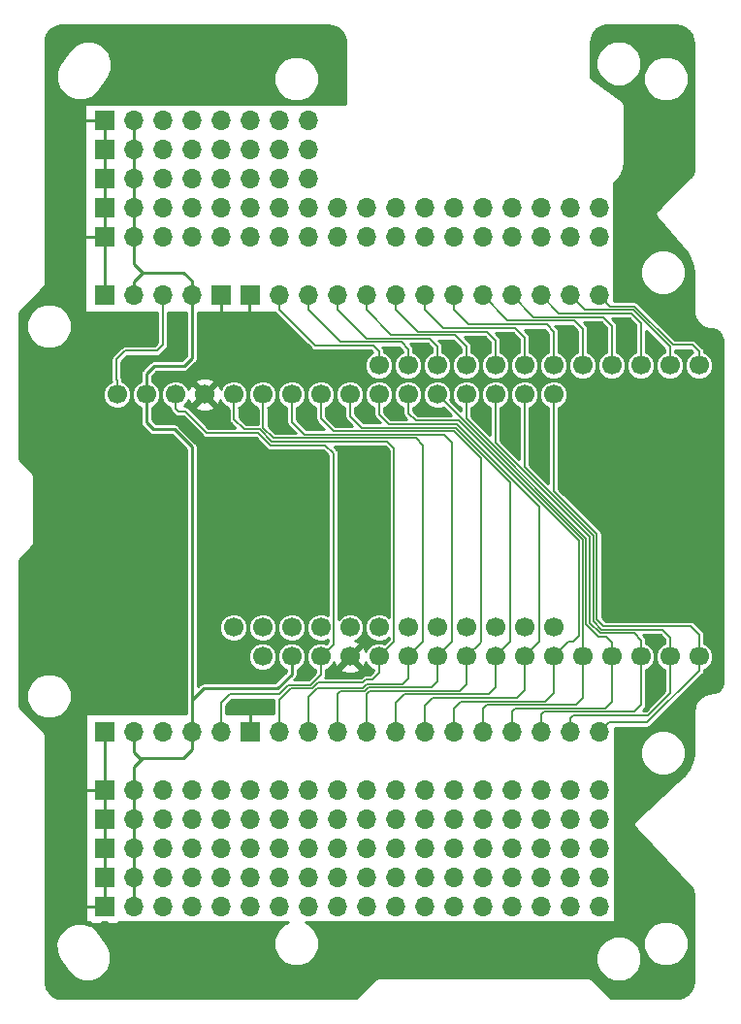
<source format=gbl>
G04 #@! TF.GenerationSoftware,KiCad,Pcbnew,(5.0.0-rc2-dev-444-g2974a2c10)*
G04 #@! TF.CreationDate,2019-12-15T15:38:47-08:00*
G04 #@! TF.ProjectId,CG_Robot_Friend,43475F526F626F745F467269656E642E,v04*
G04 #@! TF.SameCoordinates,Original*
G04 #@! TF.FileFunction,Copper,L2,Bot,Signal*
G04 #@! TF.FilePolarity,Positive*
%FSLAX46Y46*%
G04 Gerber Fmt 4.6, Leading zero omitted, Abs format (unit mm)*
G04 Created by KiCad (PCBNEW (5.0.0-rc2-dev-444-g2974a2c10)) date 12/15/19 15:38:47*
%MOMM*%
%LPD*%
G01*
G04 APERTURE LIST*
%ADD10C,1.700000*%
%ADD11O,1.700000X1.700000*%
%ADD12R,1.700000X1.700000*%
%ADD13C,0.685800*%
%ADD14C,0.152400*%
%ADD15C,0.254000*%
G04 APERTURE END LIST*
D10*
X105250000Y-100076000D03*
X107790000Y-100076000D03*
X110330000Y-100076000D03*
X112870000Y-100076000D03*
X115410000Y-100076000D03*
X117950000Y-100076000D03*
X120490000Y-100076000D03*
X123030000Y-100076000D03*
X125570000Y-100076000D03*
X128110000Y-100076000D03*
X130650000Y-100076000D03*
X133190000Y-100076000D03*
X135730000Y-100076000D03*
X138270000Y-100076000D03*
X140810000Y-100076000D03*
X143350000Y-100076000D03*
X115410000Y-74676000D03*
X117950000Y-74676000D03*
X120490000Y-74676000D03*
X123030000Y-74676000D03*
X125570000Y-74676000D03*
X128110000Y-74676000D03*
X130650000Y-74676000D03*
X133190000Y-74676000D03*
X135730000Y-74676000D03*
X138270000Y-74676000D03*
X140810000Y-74676000D03*
X143350000Y-74676000D03*
X130657600Y-97536000D03*
X128117600Y-97536000D03*
X125577600Y-97536000D03*
X123037600Y-97536000D03*
X120497600Y-97536000D03*
X117957600Y-97536000D03*
X115417600Y-97536000D03*
X112877600Y-97536000D03*
X110337600Y-97536000D03*
X107797600Y-97536000D03*
X105257600Y-97536000D03*
X102717600Y-97536000D03*
X130657600Y-77216000D03*
X128117600Y-77216000D03*
X125577600Y-77216000D03*
X123037600Y-77216000D03*
X120497600Y-77216000D03*
X117957600Y-77216000D03*
X115417600Y-77216000D03*
X112877600Y-77216000D03*
X110337600Y-77216000D03*
X107797600Y-77216000D03*
X105257600Y-77216000D03*
X102717600Y-77216000D03*
X100177600Y-77216000D03*
X97637600Y-77216000D03*
X95097600Y-77216000D03*
X92557600Y-77216000D03*
D11*
X134620000Y-121920000D03*
X132080000Y-121920000D03*
X129540000Y-121920000D03*
X127000000Y-121920000D03*
X124460000Y-121920000D03*
X121920000Y-121920000D03*
X119380000Y-121920000D03*
X116840000Y-121920000D03*
X114300000Y-121920000D03*
X111760000Y-121920000D03*
X109220000Y-121920000D03*
X106680000Y-121920000D03*
X104140000Y-121920000D03*
X101600000Y-121920000D03*
X99060000Y-121920000D03*
X96520000Y-121920000D03*
X93980000Y-121920000D03*
D12*
X91440000Y-121920000D03*
D11*
X134620000Y-119380000D03*
X132080000Y-119380000D03*
X129540000Y-119380000D03*
X127000000Y-119380000D03*
X124460000Y-119380000D03*
X121920000Y-119380000D03*
X119380000Y-119380000D03*
X116840000Y-119380000D03*
X114300000Y-119380000D03*
X111760000Y-119380000D03*
X109220000Y-119380000D03*
X106680000Y-119380000D03*
X104140000Y-119380000D03*
X101600000Y-119380000D03*
X99060000Y-119380000D03*
X96520000Y-119380000D03*
X93980000Y-119380000D03*
D12*
X91440000Y-119380000D03*
D11*
X134620000Y-116840000D03*
X132080000Y-116840000D03*
X129540000Y-116840000D03*
X127000000Y-116840000D03*
X124460000Y-116840000D03*
X121920000Y-116840000D03*
X119380000Y-116840000D03*
X116840000Y-116840000D03*
X114300000Y-116840000D03*
X111760000Y-116840000D03*
X109220000Y-116840000D03*
X106680000Y-116840000D03*
X104140000Y-116840000D03*
X101600000Y-116840000D03*
X99060000Y-116840000D03*
X96520000Y-116840000D03*
X93980000Y-116840000D03*
D12*
X91440000Y-116840000D03*
D11*
X134620000Y-114300000D03*
X132080000Y-114300000D03*
X129540000Y-114300000D03*
X127000000Y-114300000D03*
X124460000Y-114300000D03*
X121920000Y-114300000D03*
X119380000Y-114300000D03*
X116840000Y-114300000D03*
X114300000Y-114300000D03*
X111760000Y-114300000D03*
X109220000Y-114300000D03*
X106680000Y-114300000D03*
X104140000Y-114300000D03*
X101600000Y-114300000D03*
X99060000Y-114300000D03*
X96520000Y-114300000D03*
X93980000Y-114300000D03*
D12*
X91440000Y-114300000D03*
D11*
X134620000Y-111760000D03*
X132080000Y-111760000D03*
X129540000Y-111760000D03*
X127000000Y-111760000D03*
X124460000Y-111760000D03*
X121920000Y-111760000D03*
X119380000Y-111760000D03*
X116840000Y-111760000D03*
X114300000Y-111760000D03*
X111760000Y-111760000D03*
X109220000Y-111760000D03*
X106680000Y-111760000D03*
X104140000Y-111760000D03*
X101600000Y-111760000D03*
X99060000Y-111760000D03*
X96520000Y-111760000D03*
X93980000Y-111760000D03*
D12*
X91440000Y-111760000D03*
D11*
X134620000Y-63500000D03*
X132080000Y-63500000D03*
X129540000Y-63500000D03*
X127000000Y-63500000D03*
X124460000Y-63500000D03*
X121920000Y-63500000D03*
X119380000Y-63500000D03*
X116840000Y-63500000D03*
X114300000Y-63500000D03*
X111760000Y-63500000D03*
X109220000Y-63500000D03*
X106680000Y-63500000D03*
X104140000Y-63500000D03*
X101600000Y-63500000D03*
X99060000Y-63500000D03*
X96520000Y-63500000D03*
X93980000Y-63500000D03*
D12*
X91440000Y-63500000D03*
D11*
X134620000Y-60960000D03*
X132080000Y-60960000D03*
X129540000Y-60960000D03*
X127000000Y-60960000D03*
X124460000Y-60960000D03*
X121920000Y-60960000D03*
X119380000Y-60960000D03*
X116840000Y-60960000D03*
X114300000Y-60960000D03*
X111760000Y-60960000D03*
X109220000Y-60960000D03*
X106680000Y-60960000D03*
X104140000Y-60960000D03*
X101600000Y-60960000D03*
X99060000Y-60960000D03*
X96520000Y-60960000D03*
X93980000Y-60960000D03*
D12*
X91440000Y-60960000D03*
D11*
X134620000Y-106680000D03*
X132080000Y-106680000D03*
X129540000Y-106680000D03*
X127000000Y-106680000D03*
X124460000Y-106680000D03*
X121920000Y-106680000D03*
X119380000Y-106680000D03*
X116840000Y-106680000D03*
X114300000Y-106680000D03*
X111760000Y-106680000D03*
X109220000Y-106680000D03*
X106680000Y-106680000D03*
D12*
X104140000Y-106680000D03*
D11*
X101600000Y-106680000D03*
X99060000Y-106680000D03*
X96520000Y-106680000D03*
X93980000Y-106680000D03*
D12*
X91440000Y-106680000D03*
D11*
X134620000Y-68580000D03*
X132080000Y-68580000D03*
X129540000Y-68580000D03*
X127000000Y-68580000D03*
X124460000Y-68580000D03*
X121920000Y-68580000D03*
X119380000Y-68580000D03*
X116840000Y-68580000D03*
X114300000Y-68580000D03*
X111760000Y-68580000D03*
X109220000Y-68580000D03*
X106680000Y-68580000D03*
D12*
X104140000Y-68580000D03*
X101600000Y-68580000D03*
D11*
X99060000Y-68580000D03*
X96520000Y-68580000D03*
X93980000Y-68580000D03*
D12*
X91440000Y-68580000D03*
X91440000Y-58420000D03*
D11*
X93980000Y-58420000D03*
X96520000Y-58420000D03*
X99060000Y-58420000D03*
X101600000Y-58420000D03*
X104140000Y-58420000D03*
X106680000Y-58420000D03*
X109220000Y-58420000D03*
X109220000Y-55880000D03*
X106680000Y-55880000D03*
X104140000Y-55880000D03*
X101600000Y-55880000D03*
X99060000Y-55880000D03*
X96520000Y-55880000D03*
X93980000Y-55880000D03*
D12*
X91440000Y-55880000D03*
X91440000Y-53340000D03*
D11*
X93980000Y-53340000D03*
X96520000Y-53340000D03*
X99060000Y-53340000D03*
X101600000Y-53340000D03*
X104140000Y-53340000D03*
X106680000Y-53340000D03*
X109220000Y-53340000D03*
D13*
X142240000Y-94234000D03*
X86360000Y-91694000D03*
X86360000Y-82804000D03*
X138000000Y-63500000D03*
X87884000Y-63500000D03*
X138000000Y-53340000D03*
X87884000Y-53340000D03*
X139700000Y-121920000D03*
X87884000Y-121920000D03*
X139700000Y-102235000D03*
X87884000Y-111760000D03*
X104140000Y-104394000D03*
X104120000Y-70880000D03*
X101600000Y-70790000D03*
X114300000Y-86995000D03*
D14*
X140810000Y-73473919D02*
X140810000Y-74676000D01*
X140810000Y-73068934D02*
X140810000Y-73473919D01*
X137591067Y-69850001D02*
X140810000Y-73068934D01*
X133350000Y-69850000D02*
X137591067Y-69850001D01*
X132080000Y-68580000D02*
X133350000Y-69850000D01*
X143350000Y-73473919D02*
X143350000Y-74676000D01*
X142774081Y-72898000D02*
X143350000Y-73473919D01*
X141070132Y-72898000D02*
X142774081Y-72898000D01*
X137717324Y-69545192D02*
X141070132Y-72898000D01*
X135585191Y-69545191D02*
X137717324Y-69545192D01*
X134620000Y-68580000D02*
X135585191Y-69545191D01*
X121920000Y-106680000D02*
X121920000Y-104648000D01*
X121920000Y-104648000D02*
X122580428Y-103987572D01*
X130650000Y-103284000D02*
X130650000Y-100076000D01*
X122580428Y-103987572D02*
X129737149Y-103987572D01*
X129737149Y-103987572D02*
X129737151Y-103987570D01*
X129737151Y-103987570D02*
X129946430Y-103987570D01*
X129946430Y-103987570D02*
X130650000Y-103284000D01*
X117957600Y-78841600D02*
X117957600Y-77216000D01*
X118618000Y-79502000D02*
X117957600Y-78841600D01*
X131920000Y-98806000D02*
X132334000Y-98806000D01*
X132334000Y-98806000D02*
X132842000Y-98298000D01*
X132842000Y-98298000D02*
X132842000Y-89991466D01*
X130650000Y-100076000D02*
X131920000Y-98806000D01*
X132842000Y-89991466D02*
X122352534Y-79502000D01*
X122352534Y-79502000D02*
X118618000Y-79502000D01*
X133190000Y-89908400D02*
X120497600Y-77216000D01*
X133190000Y-100076000D02*
X133190000Y-89908400D01*
X133190000Y-103690380D02*
X133190000Y-100076000D01*
X124460000Y-104648000D02*
X124815618Y-104292382D01*
X124460000Y-106680000D02*
X124460000Y-104648000D01*
X124815618Y-104292382D02*
X129863405Y-104292382D01*
X129863405Y-104292382D02*
X129863407Y-104292380D01*
X129863407Y-104292380D02*
X132588000Y-104292380D01*
X132588000Y-104292380D02*
X133190000Y-103690380D01*
X92557600Y-76013919D02*
X92456000Y-75912319D01*
X92557600Y-77216000D02*
X92557600Y-76013919D01*
X92456000Y-75912319D02*
X92456000Y-74168000D01*
X92456000Y-74168000D02*
X93218000Y-73406000D01*
X96520000Y-72898000D02*
X96520000Y-68580000D01*
X93218000Y-73406000D02*
X96012000Y-73406000D01*
X96012000Y-73406000D02*
X96520000Y-72898000D01*
D15*
X93980000Y-106680000D02*
X93980000Y-108458000D01*
X93980000Y-108458000D02*
X94488000Y-108966000D01*
X99060000Y-108204000D02*
X99060000Y-106680000D01*
X98298000Y-108966000D02*
X99060000Y-108204000D01*
X93980000Y-67377919D02*
X94742000Y-66615919D01*
X93980000Y-68580000D02*
X93980000Y-67377919D01*
X94742000Y-66615919D02*
X98365919Y-66615919D01*
X99060000Y-67310000D02*
X99060000Y-68580000D01*
X98365919Y-66615919D02*
X99060000Y-67310000D01*
X93980000Y-65853919D02*
X93980000Y-63500000D01*
X94742000Y-66615919D02*
X93980000Y-65853919D01*
X93980000Y-63500000D02*
X93980000Y-60960000D01*
X93980000Y-60960000D02*
X93980000Y-58420000D01*
X93980000Y-58420000D02*
X93980000Y-55880000D01*
X93980000Y-55880000D02*
X93980000Y-53340000D01*
X93980000Y-120717919D02*
X93980000Y-119380000D01*
X93980000Y-121920000D02*
X93980000Y-120717919D01*
X93980000Y-118177919D02*
X93980000Y-116840000D01*
X93980000Y-119380000D02*
X93980000Y-118177919D01*
X93980000Y-116840000D02*
X93980000Y-114300000D01*
X93980000Y-113097919D02*
X93980000Y-111760000D01*
X93980000Y-114300000D02*
X93980000Y-113097919D01*
X93980000Y-109728000D02*
X94742000Y-108966000D01*
X93980000Y-111760000D02*
X93980000Y-109728000D01*
X94488000Y-108966000D02*
X94742000Y-108966000D01*
X94742000Y-108966000D02*
X98298000Y-108966000D01*
X107790000Y-101621408D02*
X107790000Y-100076000D01*
X106541408Y-102870000D02*
X107790000Y-101621408D01*
X100076000Y-102870000D02*
X106541408Y-102870000D01*
X99060000Y-103886000D02*
X100076000Y-102870000D01*
X99060000Y-106680000D02*
X99060000Y-103886000D01*
X95732600Y-80264000D02*
X95097600Y-79629000D01*
X97536000Y-80264000D02*
X95732600Y-80264000D01*
X99060000Y-81788000D02*
X97536000Y-80264000D01*
X99060000Y-103886000D02*
X99060000Y-81788000D01*
X95097600Y-77216000D02*
X95097600Y-79629000D01*
D14*
X115410000Y-101506000D02*
X115410000Y-100076000D01*
X114808000Y-102108000D02*
X115410000Y-101506000D01*
X114276802Y-102108000D02*
X114808000Y-102108000D01*
X106680000Y-106680000D02*
X106680000Y-103886000D01*
X107696000Y-102870000D02*
X109550934Y-102870000D01*
X106680000Y-103886000D02*
X107696000Y-102870000D01*
X109550934Y-102870000D02*
X110058934Y-102362000D01*
X110058934Y-102362000D02*
X114022802Y-102362000D01*
X114022802Y-102362000D02*
X114276802Y-102108000D01*
X116713000Y-98773000D02*
X115410000Y-100076000D01*
X116713000Y-81915000D02*
X116713000Y-98773000D01*
X116128860Y-81330860D02*
X116713000Y-81915000D01*
X102717600Y-78418081D02*
X102743000Y-78443481D01*
X102717600Y-77216000D02*
X102717600Y-78418081D01*
X106045794Y-81330860D02*
X104978934Y-80264000D01*
X116128860Y-81330860D02*
X106045794Y-81330860D01*
X103632000Y-80264000D02*
X102743000Y-79375000D01*
X104978934Y-80264000D02*
X103632000Y-80264000D01*
X102743000Y-78443481D02*
X102743000Y-79375000D01*
X135730000Y-103995190D02*
X135730000Y-100076000D01*
X135128000Y-104597190D02*
X135730000Y-103995190D01*
X127304809Y-104597191D02*
X135128000Y-104597190D01*
X127000000Y-106680000D02*
X127000000Y-104902000D01*
X127000000Y-104902000D02*
X127304809Y-104597191D01*
X133494808Y-97272940D02*
X133494809Y-89782143D01*
X135730000Y-98873919D02*
X135662081Y-98806000D01*
X135730000Y-100076000D02*
X135730000Y-98873919D01*
X135204890Y-98348809D02*
X134570676Y-98348808D01*
X134570676Y-98348808D02*
X133494808Y-97272940D01*
X135730000Y-98873919D02*
X135204890Y-98348809D01*
X133494809Y-89782143D02*
X123037600Y-79324934D01*
X123037600Y-79324934D02*
X123037600Y-77216000D01*
X117950000Y-73246000D02*
X117950000Y-74676000D01*
X117348050Y-72644050D02*
X117950000Y-73246000D01*
X112081969Y-72644050D02*
X117348050Y-72644050D01*
X109220000Y-68580000D02*
X109220000Y-69782081D01*
X109220000Y-69782081D02*
X112081969Y-72644050D01*
X138270000Y-70960000D02*
X138270000Y-74676000D01*
X137464810Y-70154810D02*
X138270000Y-70960000D01*
X129540000Y-68580000D02*
X131114810Y-70154810D01*
X131114810Y-70154810D02*
X137464810Y-70154810D01*
X128879619Y-70459619D02*
X134975619Y-70459619D01*
X127000000Y-68580000D02*
X128879619Y-70459619D01*
X135730000Y-71214000D02*
X135730000Y-74676000D01*
X134975619Y-70459619D02*
X135730000Y-71214000D01*
X126644429Y-70764429D02*
X124460000Y-68580000D01*
X132486429Y-70764429D02*
X126644429Y-70764429D01*
X133190000Y-71468000D02*
X132486429Y-70764429D01*
X133190000Y-74676000D02*
X133190000Y-71468000D01*
X121920000Y-69782081D02*
X123257919Y-71120000D01*
X121920000Y-68580000D02*
X121920000Y-69782081D01*
X123257919Y-71120000D02*
X130048000Y-71120000D01*
X130650000Y-71722000D02*
X130650000Y-74676000D01*
X130048000Y-71120000D02*
X130650000Y-71722000D01*
X128110000Y-72230000D02*
X128110000Y-74676000D01*
X127304810Y-71424810D02*
X128110000Y-72230000D01*
X121022729Y-71424810D02*
X127304810Y-71424810D01*
X119380000Y-68580000D02*
X119380000Y-69782081D01*
X119380000Y-69782081D02*
X121022729Y-71424810D01*
X125570000Y-72484000D02*
X125570000Y-74676000D01*
X124815620Y-71729620D02*
X125570000Y-72484000D01*
X118787539Y-71729620D02*
X124815620Y-71729620D01*
X116840000Y-68580000D02*
X116840000Y-69782081D01*
X116840000Y-69782081D02*
X118787539Y-71729620D01*
X114300000Y-68580000D02*
X114300000Y-69850000D01*
X116484430Y-72034430D02*
X122072430Y-72034430D01*
X114300000Y-69850000D02*
X116484430Y-72034430D01*
X123030000Y-72992000D02*
X123030000Y-74676000D01*
X122072430Y-72034430D02*
X123030000Y-72992000D01*
X120490000Y-72992000D02*
X120490000Y-74676000D01*
X119837240Y-72339240D02*
X120490000Y-72992000D01*
X114317159Y-72339240D02*
X119837240Y-72339240D01*
X111760000Y-68580000D02*
X111760000Y-69782081D01*
X111760000Y-69782081D02*
X114317159Y-72339240D01*
X115410000Y-73473919D02*
X115410000Y-74676000D01*
X114884941Y-72948860D02*
X115410000Y-73473919D01*
X109846779Y-72948860D02*
X114884941Y-72948860D01*
X106680000Y-69782081D02*
X109846779Y-72948860D01*
X106680000Y-68580000D02*
X106680000Y-69782081D01*
X135469999Y-105830001D02*
X134620000Y-106680000D01*
X138798080Y-105830001D02*
X135469999Y-105830001D01*
X143350000Y-101278081D02*
X138798080Y-105830001D01*
X143350000Y-100076000D02*
X143350000Y-101278081D01*
X143350000Y-98138000D02*
X143350000Y-100076000D01*
X130657600Y-85651736D02*
X134409237Y-89403373D01*
X130657600Y-77216000D02*
X130657600Y-85651736D01*
X134409237Y-89403373D02*
X134409238Y-96817238D01*
X135026380Y-97434380D02*
X142646380Y-97434380D01*
X134409238Y-96817238D02*
X135026380Y-97434380D01*
X142646380Y-97434380D02*
X143350000Y-98138000D01*
X132080000Y-105477919D02*
X132334000Y-105223919D01*
X132080000Y-106680000D02*
X132080000Y-105477919D01*
X132334000Y-105223919D02*
X138870081Y-105223919D01*
X140810000Y-103284000D02*
X140810000Y-100076000D01*
X138870081Y-105223919D02*
X140810000Y-103284000D01*
X140810000Y-98392000D02*
X140810000Y-100076000D01*
X128117600Y-83542802D02*
X134104428Y-89529630D01*
X128117600Y-77216000D02*
X128117600Y-83542802D01*
X134104428Y-89529630D02*
X134104428Y-97020428D01*
X134104428Y-97020428D02*
X134823190Y-97739190D01*
X134823190Y-97739190D02*
X140157190Y-97739190D01*
X140157190Y-97739190D02*
X140810000Y-98392000D01*
X138270000Y-104300000D02*
X138270000Y-100076000D01*
X137668000Y-104902000D02*
X138270000Y-104300000D01*
X129794000Y-104902000D02*
X137668000Y-104902000D01*
X129540000Y-105156000D02*
X129794000Y-104902000D01*
X129540000Y-106680000D02*
X129540000Y-105156000D01*
X138270000Y-98646000D02*
X138270000Y-100076000D01*
X125577600Y-81433868D02*
X133799618Y-89655886D01*
X125577600Y-77216000D02*
X125577600Y-81433868D01*
X133799618Y-89655886D02*
X133799618Y-97146684D01*
X133799618Y-97146684D02*
X134696933Y-98043999D01*
X134696933Y-98043999D02*
X137668000Y-98044000D01*
X137668000Y-98044000D02*
X138270000Y-98646000D01*
X128110000Y-103030000D02*
X128110000Y-100076000D01*
X127457238Y-103682762D02*
X128110000Y-103030000D01*
X120091238Y-103682762D02*
X127457238Y-103682762D01*
X119380000Y-106680000D02*
X119380000Y-104394000D01*
X119380000Y-104394000D02*
X120091238Y-103682762D01*
X129413000Y-98773000D02*
X128110000Y-100076000D01*
X129413000Y-86993532D02*
X129413000Y-98773000D01*
X122226278Y-79806810D02*
X129413000Y-86993532D01*
X116281190Y-79806810D02*
X122226278Y-79806810D01*
X115417600Y-77216000D02*
X115417600Y-78943220D01*
X115417600Y-78943220D02*
X116281190Y-79806810D01*
X125570000Y-102776000D02*
X125570000Y-100076000D01*
X124968048Y-103377952D02*
X125570000Y-102776000D01*
X117602048Y-103377952D02*
X124968048Y-103377952D01*
X116840000Y-106680000D02*
X116840000Y-104140000D01*
X116840000Y-104140000D02*
X117602048Y-103377952D01*
X112877600Y-77216000D02*
X112877600Y-79095600D01*
X113893620Y-80111620D02*
X122100022Y-80111620D01*
X112877600Y-79095600D02*
X113893620Y-80111620D01*
X122100022Y-80111620D02*
X126873000Y-84884598D01*
X126873000Y-98773000D02*
X125570000Y-100076000D01*
X126873000Y-84884598D02*
X126873000Y-98773000D01*
X123030000Y-102471142D02*
X123030000Y-100076000D01*
X122428000Y-103073142D02*
X123030000Y-102471142D01*
X122428000Y-103073142D02*
X114604858Y-103073142D01*
X114300000Y-103378000D02*
X114300000Y-106680000D01*
X114604858Y-103073142D02*
X114300000Y-103378000D01*
X124206000Y-98900000D02*
X123030000Y-100076000D01*
X110337600Y-79324934D02*
X111429096Y-80416430D01*
X111429096Y-80416430D02*
X121945430Y-80416430D01*
X121945430Y-80416430D02*
X124333000Y-82804000D01*
X124333000Y-82804000D02*
X124333000Y-98773000D01*
X110337600Y-77216000D02*
X110337600Y-79324934D01*
X124333000Y-98773000D02*
X124206000Y-98900000D01*
X120490000Y-102268000D02*
X120490000Y-100076000D01*
X111760000Y-106680000D02*
X111760000Y-103378000D01*
X111760000Y-103378000D02*
X112014000Y-103124000D01*
X112014000Y-103124000D02*
X114122934Y-103124000D01*
X114122934Y-103124000D02*
X114478602Y-102768332D01*
X114478602Y-102768332D02*
X119989668Y-102768332D01*
X119989668Y-102768332D02*
X120490000Y-102268000D01*
X107797600Y-77216000D02*
X107797600Y-79603600D01*
X108915239Y-80721239D02*
X111302840Y-80721240D01*
X107797600Y-79603600D02*
X108915239Y-80721239D01*
X111302840Y-80721240D02*
X121107240Y-80721240D01*
X121107240Y-80721240D02*
X121793000Y-81407000D01*
X121793000Y-98773000D02*
X120490000Y-100076000D01*
X121793000Y-81407000D02*
X121793000Y-98773000D01*
X109220000Y-103632000D02*
X110032809Y-102819191D01*
X117950000Y-102014000D02*
X117950000Y-100076000D01*
X109220000Y-106680000D02*
X109220000Y-103632000D01*
X110032809Y-102819191D02*
X113996678Y-102819190D01*
X113996678Y-102819190D02*
X114352346Y-102463522D01*
X114352346Y-102463522D02*
X117500478Y-102463522D01*
X117500478Y-102463522D02*
X117950000Y-102014000D01*
X119253000Y-98773000D02*
X117950000Y-100076000D01*
X119253000Y-81661000D02*
X119253000Y-98773000D01*
X118618050Y-81026050D02*
X119253000Y-81661000D01*
X111176584Y-81026050D02*
X118618050Y-81026050D01*
X105257600Y-78418081D02*
X105283000Y-78443481D01*
X105257600Y-77216000D02*
X105257600Y-78418081D01*
X105283000Y-78443481D02*
X105283000Y-80137000D01*
X105283000Y-80137000D02*
X106172048Y-81026048D01*
X106172048Y-81026048D02*
X111176582Y-81026048D01*
X111176582Y-81026048D02*
X111176584Y-81026050D01*
X110330000Y-101278081D02*
X110330000Y-100076000D01*
X110330000Y-101659868D02*
X110330000Y-101278081D01*
X101600000Y-106680000D02*
X101600000Y-104140000D01*
X101600000Y-104140000D02*
X102362000Y-103378000D01*
X102362000Y-103378000D02*
X106680000Y-103378000D01*
X106680000Y-103378000D02*
X107492810Y-102565190D01*
X107492810Y-102565190D02*
X109424678Y-102565190D01*
X109424678Y-102565190D02*
X110330000Y-101659868D01*
X97895118Y-78675599D02*
X97637600Y-78418081D01*
X97637600Y-78418081D02*
X97637600Y-77216000D01*
X98487599Y-78675599D02*
X97895118Y-78675599D01*
X100380810Y-80568810D02*
X98487599Y-78675599D01*
X110330000Y-100076000D02*
X111416201Y-98989799D01*
X111416201Y-98989799D02*
X111416201Y-82333201D01*
X111416201Y-82333201D02*
X110718670Y-81635670D01*
X110718670Y-81635670D02*
X105919537Y-81635669D01*
X105919537Y-81635669D02*
X104852678Y-80568810D01*
X104852678Y-80568810D02*
X100380810Y-80568810D01*
D15*
X91440000Y-120816000D02*
X91440000Y-119380000D01*
X91440000Y-121920000D02*
X91440000Y-120816000D01*
X91440000Y-119380000D02*
X91440000Y-116840000D01*
X91440000Y-115736000D02*
X91440000Y-114300000D01*
X91440000Y-116840000D02*
X91440000Y-115736000D01*
X91440000Y-113196000D02*
X91440000Y-111760000D01*
X91440000Y-114300000D02*
X91440000Y-113196000D01*
X91440000Y-110656000D02*
X91440000Y-106680000D01*
X91440000Y-111760000D02*
X91440000Y-110656000D01*
X91440000Y-111760000D02*
X87884000Y-111760000D01*
X90336000Y-121920000D02*
X87884000Y-121920000D01*
X91440000Y-121920000D02*
X90336000Y-121920000D01*
X91440000Y-67476000D02*
X91440000Y-63500000D01*
X91440000Y-68580000D02*
X91440000Y-67476000D01*
X91440000Y-62396000D02*
X91440000Y-60960000D01*
X91440000Y-63500000D02*
X91440000Y-62396000D01*
X91440000Y-59856000D02*
X91440000Y-58420000D01*
X91440000Y-60960000D02*
X91440000Y-59856000D01*
X91440000Y-58420000D02*
X91440000Y-55880000D01*
X91440000Y-54776000D02*
X91440000Y-53340000D01*
X91440000Y-55880000D02*
X91440000Y-54776000D01*
X91440000Y-53340000D02*
X87884000Y-53340000D01*
X90336000Y-63500000D02*
X87884000Y-63500000D01*
X91440000Y-63500000D02*
X90336000Y-63500000D01*
X101027599Y-76366001D02*
X101052999Y-76366001D01*
X100177600Y-77216000D02*
X101027599Y-76366001D01*
X104140000Y-71247000D02*
X104140000Y-70762067D01*
X104140000Y-106680000D02*
X104140000Y-104394000D01*
X101600000Y-70790000D02*
X101600000Y-68580000D01*
X104120000Y-68600000D02*
X104140000Y-68580000D01*
X104120000Y-70880000D02*
X104120000Y-68600000D01*
X99060000Y-74060000D02*
X99060000Y-68580000D01*
X95097600Y-77216000D02*
X95097600Y-76013919D01*
X95097600Y-76013919D02*
X95090000Y-76006319D01*
X95090000Y-76006319D02*
X95090000Y-75420000D01*
X95090000Y-75420000D02*
X95780000Y-74730000D01*
X95780000Y-74730000D02*
X98390000Y-74730000D01*
X98390000Y-74730000D02*
X99060000Y-74060000D01*
G36*
X111410470Y-45071468D02*
X111789778Y-45243929D01*
X112105438Y-45515919D01*
X112332073Y-45865575D01*
X112455730Y-46279054D01*
X112472000Y-46497995D01*
X112472001Y-51866165D01*
X92443265Y-51866165D01*
X92416310Y-51855000D01*
X91725750Y-51855000D01*
X91714585Y-51866165D01*
X91165415Y-51866165D01*
X91154250Y-51855000D01*
X90463690Y-51855000D01*
X90436735Y-51866165D01*
X89830893Y-51866165D01*
X89782292Y-51875832D01*
X89741090Y-51903362D01*
X89713560Y-51944564D01*
X89703893Y-51993165D01*
X89703893Y-69977000D01*
X89713560Y-70025601D01*
X89741090Y-70066803D01*
X89782292Y-70094333D01*
X89830893Y-70104000D01*
X96062801Y-70104000D01*
X96062800Y-72708622D01*
X95822622Y-72948800D01*
X93263030Y-72948800D01*
X93218000Y-72939843D01*
X93172970Y-72948800D01*
X93039609Y-72975327D01*
X92888377Y-73076377D01*
X92862870Y-73114551D01*
X92164552Y-73812870D01*
X92126378Y-73838377D01*
X92100871Y-73876551D01*
X92100870Y-73876552D01*
X92025327Y-73989610D01*
X91989843Y-74168000D01*
X91998801Y-74213035D01*
X91998800Y-75867289D01*
X91989843Y-75912319D01*
X92004300Y-75985000D01*
X92025327Y-76090709D01*
X92032308Y-76101158D01*
X91860294Y-76172408D01*
X91514008Y-76518694D01*
X91326600Y-76971139D01*
X91326600Y-77460861D01*
X91514008Y-77913306D01*
X91860294Y-78259592D01*
X92312739Y-78447000D01*
X92802461Y-78447000D01*
X93254906Y-78259592D01*
X93601192Y-77913306D01*
X93788600Y-77460861D01*
X93788600Y-76971139D01*
X93601192Y-76518694D01*
X93254906Y-76172408D01*
X93014800Y-76072953D01*
X93014800Y-76058948D01*
X93023757Y-76013918D01*
X92988273Y-75835529D01*
X92988273Y-75835528D01*
X92913200Y-75723173D01*
X92913200Y-74357378D01*
X93407379Y-73863200D01*
X95966970Y-73863200D01*
X96012000Y-73872157D01*
X96057030Y-73863200D01*
X96190391Y-73836673D01*
X96341623Y-73735623D01*
X96367132Y-73697446D01*
X96811446Y-73253132D01*
X96849623Y-73227623D01*
X96950673Y-73076391D01*
X96977200Y-72943030D01*
X96977200Y-72943026D01*
X96986156Y-72898001D01*
X96977200Y-72852976D01*
X96977200Y-70104000D01*
X98552001Y-70104000D01*
X98552000Y-73849579D01*
X98179580Y-74222000D01*
X95830027Y-74222000D01*
X95779999Y-74212049D01*
X95729971Y-74222000D01*
X95729968Y-74222000D01*
X95581788Y-74251475D01*
X95413753Y-74363753D01*
X95385412Y-74406168D01*
X94766166Y-75025414D01*
X94723754Y-75053753D01*
X94695415Y-75096165D01*
X94695412Y-75096168D01*
X94611475Y-75221789D01*
X94572049Y-75420000D01*
X94582001Y-75470032D01*
X94582000Y-75956290D01*
X94572049Y-76006319D01*
X94582000Y-76056347D01*
X94582000Y-76056350D01*
X94589497Y-76094038D01*
X94400294Y-76172408D01*
X94054008Y-76518694D01*
X93866600Y-76971139D01*
X93866600Y-77460861D01*
X94054008Y-77913306D01*
X94400294Y-78259592D01*
X94589600Y-78338005D01*
X94589601Y-79578967D01*
X94579649Y-79629000D01*
X94619075Y-79827211D01*
X94703012Y-79952832D01*
X94703015Y-79952835D01*
X94731354Y-79995247D01*
X94773766Y-80023586D01*
X95338014Y-80587835D01*
X95366353Y-80630247D01*
X95408765Y-80658586D01*
X95408767Y-80658588D01*
X95462773Y-80694673D01*
X95534388Y-80742525D01*
X95682568Y-80772000D01*
X95682572Y-80772000D01*
X95732600Y-80781951D01*
X95782628Y-80772000D01*
X97325580Y-80772000D01*
X98552001Y-81998421D01*
X98552000Y-103835972D01*
X98542049Y-103886000D01*
X98552000Y-103936028D01*
X98552000Y-103936031D01*
X98552001Y-103936036D01*
X98552001Y-105029000D01*
X89916000Y-105029000D01*
X89867399Y-105038667D01*
X89826197Y-105066197D01*
X89798667Y-105107399D01*
X89789000Y-105156000D01*
X89789000Y-123139835D01*
X89798667Y-123188436D01*
X89826197Y-123229638D01*
X89867399Y-123257168D01*
X89916000Y-123266835D01*
X90188809Y-123266835D01*
X90230301Y-123308327D01*
X90463690Y-123405000D01*
X91154250Y-123405000D01*
X91292415Y-123266835D01*
X91587585Y-123266835D01*
X91725750Y-123405000D01*
X92416310Y-123405000D01*
X92649699Y-123308327D01*
X92691191Y-123266835D01*
X107440978Y-123266835D01*
X107081854Y-123415589D01*
X106524589Y-123972854D01*
X106223000Y-124700955D01*
X106223000Y-125489045D01*
X106524589Y-126217146D01*
X107081854Y-126774411D01*
X107809955Y-127076000D01*
X108598045Y-127076000D01*
X109326146Y-126774411D01*
X109883411Y-126217146D01*
X109959084Y-126034455D01*
X134353500Y-126034455D01*
X134353500Y-126822545D01*
X134655089Y-127550646D01*
X135212354Y-128107911D01*
X135940455Y-128409500D01*
X136728545Y-128409500D01*
X137456646Y-128107911D01*
X138013911Y-127550646D01*
X138315500Y-126822545D01*
X138315500Y-126034455D01*
X138013911Y-125306354D01*
X137456646Y-124749089D01*
X137340441Y-124700955D01*
X138481000Y-124700955D01*
X138481000Y-125489045D01*
X138782589Y-126217146D01*
X139339854Y-126774411D01*
X140067955Y-127076000D01*
X140856045Y-127076000D01*
X141584146Y-126774411D01*
X142141411Y-126217146D01*
X142443000Y-125489045D01*
X142443000Y-124700955D01*
X142141411Y-123972854D01*
X141584146Y-123415589D01*
X140856045Y-123114000D01*
X140067955Y-123114000D01*
X139339854Y-123415589D01*
X138782589Y-123972854D01*
X138481000Y-124700955D01*
X137340441Y-124700955D01*
X136728545Y-124447500D01*
X135940455Y-124447500D01*
X135212354Y-124749089D01*
X134655089Y-125306354D01*
X134353500Y-126034455D01*
X109959084Y-126034455D01*
X110185000Y-125489045D01*
X110185000Y-124700955D01*
X109883411Y-123972854D01*
X109326146Y-123415589D01*
X108967022Y-123266835D01*
X135890000Y-123266835D01*
X135938601Y-123257168D01*
X135979803Y-123229638D01*
X136007333Y-123188436D01*
X136017000Y-123139835D01*
X136017000Y-108063955D01*
X138227000Y-108063955D01*
X138227000Y-108852045D01*
X138528589Y-109580146D01*
X139085854Y-110137411D01*
X139813955Y-110439000D01*
X140602045Y-110439000D01*
X141330146Y-110137411D01*
X141887411Y-109580146D01*
X142189000Y-108852045D01*
X142189000Y-108063955D01*
X141887411Y-107335854D01*
X141330146Y-106778589D01*
X140602045Y-106477000D01*
X139813955Y-106477000D01*
X139085854Y-106778589D01*
X138528589Y-107335854D01*
X138227000Y-108063955D01*
X136017000Y-108063955D01*
X136017000Y-106287201D01*
X138753050Y-106287201D01*
X138798080Y-106296158D01*
X138843110Y-106287201D01*
X138976471Y-106260674D01*
X139127703Y-106159624D01*
X139153212Y-106121447D01*
X143641449Y-101633211D01*
X143679623Y-101607704D01*
X143780673Y-101456472D01*
X143807200Y-101323111D01*
X143807200Y-101323110D01*
X143816157Y-101278081D01*
X143807200Y-101233051D01*
X143807200Y-101219047D01*
X144047306Y-101119592D01*
X144393592Y-100773306D01*
X144581000Y-100320861D01*
X144581000Y-99831139D01*
X144393592Y-99378694D01*
X144047306Y-99032408D01*
X143807200Y-98932953D01*
X143807200Y-98183030D01*
X143816157Y-98138000D01*
X143780673Y-97959609D01*
X143741202Y-97900537D01*
X143679623Y-97808377D01*
X143641449Y-97782870D01*
X143001512Y-97142934D01*
X142976003Y-97104757D01*
X142824771Y-97003707D01*
X142691410Y-96977180D01*
X142646380Y-96968223D01*
X142601350Y-96977180D01*
X135215758Y-96977180D01*
X134866438Y-96627860D01*
X134866436Y-89448408D01*
X134875394Y-89403373D01*
X134839910Y-89224982D01*
X134764367Y-89111924D01*
X134764364Y-89111921D01*
X134738859Y-89073750D01*
X134700688Y-89048245D01*
X131114800Y-85462358D01*
X131114800Y-78359047D01*
X131354906Y-78259592D01*
X131701192Y-77913306D01*
X131888600Y-77460861D01*
X131888600Y-76971139D01*
X131701192Y-76518694D01*
X131354906Y-76172408D01*
X130902461Y-75985000D01*
X130412739Y-75985000D01*
X129960294Y-76172408D01*
X129614008Y-76518694D01*
X129426600Y-76971139D01*
X129426600Y-77460861D01*
X129614008Y-77913306D01*
X129960294Y-78259592D01*
X130200400Y-78359047D01*
X130200401Y-84979025D01*
X128574800Y-83353424D01*
X128574800Y-78359047D01*
X128814906Y-78259592D01*
X129161192Y-77913306D01*
X129348600Y-77460861D01*
X129348600Y-76971139D01*
X129161192Y-76518694D01*
X128814906Y-76172408D01*
X128362461Y-75985000D01*
X127872739Y-75985000D01*
X127420294Y-76172408D01*
X127074008Y-76518694D01*
X126886600Y-76971139D01*
X126886600Y-77460861D01*
X127074008Y-77913306D01*
X127420294Y-78259592D01*
X127660400Y-78359047D01*
X127660401Y-82870091D01*
X126034800Y-81244490D01*
X126034800Y-78359047D01*
X126274906Y-78259592D01*
X126621192Y-77913306D01*
X126808600Y-77460861D01*
X126808600Y-76971139D01*
X126621192Y-76518694D01*
X126274906Y-76172408D01*
X125822461Y-75985000D01*
X125332739Y-75985000D01*
X124880294Y-76172408D01*
X124534008Y-76518694D01*
X124346600Y-76971139D01*
X124346600Y-77460861D01*
X124534008Y-77913306D01*
X124880294Y-78259592D01*
X125120400Y-78359047D01*
X125120401Y-80761157D01*
X123494800Y-79135556D01*
X123494800Y-78359047D01*
X123734906Y-78259592D01*
X124081192Y-77913306D01*
X124268600Y-77460861D01*
X124268600Y-76971139D01*
X124081192Y-76518694D01*
X123734906Y-76172408D01*
X123282461Y-75985000D01*
X122792739Y-75985000D01*
X122340294Y-76172408D01*
X121994008Y-76518694D01*
X121806600Y-76971139D01*
X121806600Y-77460861D01*
X121994008Y-77913306D01*
X122340294Y-78259592D01*
X122580400Y-78359047D01*
X122580400Y-78652222D01*
X121629145Y-77700967D01*
X121728600Y-77460861D01*
X121728600Y-76971139D01*
X121541192Y-76518694D01*
X121194906Y-76172408D01*
X120742461Y-75985000D01*
X120252739Y-75985000D01*
X119800294Y-76172408D01*
X119454008Y-76518694D01*
X119266600Y-76971139D01*
X119266600Y-77460861D01*
X119454008Y-77913306D01*
X119800294Y-78259592D01*
X120252739Y-78447000D01*
X120742461Y-78447000D01*
X120982567Y-78347545D01*
X121679822Y-79044800D01*
X118807378Y-79044800D01*
X118414800Y-78652222D01*
X118414800Y-78359047D01*
X118654906Y-78259592D01*
X119001192Y-77913306D01*
X119188600Y-77460861D01*
X119188600Y-76971139D01*
X119001192Y-76518694D01*
X118654906Y-76172408D01*
X118202461Y-75985000D01*
X117712739Y-75985000D01*
X117260294Y-76172408D01*
X116914008Y-76518694D01*
X116726600Y-76971139D01*
X116726600Y-77460861D01*
X116914008Y-77913306D01*
X117260294Y-78259592D01*
X117500400Y-78359047D01*
X117500400Y-78796570D01*
X117491443Y-78841600D01*
X117511877Y-78944327D01*
X117526927Y-79019990D01*
X117627977Y-79171223D01*
X117666154Y-79196732D01*
X117819032Y-79349610D01*
X116470568Y-79349610D01*
X115874800Y-78753842D01*
X115874800Y-78359047D01*
X116114906Y-78259592D01*
X116461192Y-77913306D01*
X116648600Y-77460861D01*
X116648600Y-76971139D01*
X116461192Y-76518694D01*
X116114906Y-76172408D01*
X115662461Y-75985000D01*
X115172739Y-75985000D01*
X114720294Y-76172408D01*
X114374008Y-76518694D01*
X114186600Y-76971139D01*
X114186600Y-77460861D01*
X114374008Y-77913306D01*
X114720294Y-78259592D01*
X114960401Y-78359047D01*
X114960401Y-78898185D01*
X114951443Y-78943220D01*
X114986927Y-79121610D01*
X115046356Y-79210552D01*
X115087978Y-79272843D01*
X115126152Y-79298350D01*
X115482222Y-79654420D01*
X114082999Y-79654420D01*
X113334800Y-78906222D01*
X113334800Y-78359047D01*
X113574906Y-78259592D01*
X113921192Y-77913306D01*
X114108600Y-77460861D01*
X114108600Y-76971139D01*
X113921192Y-76518694D01*
X113574906Y-76172408D01*
X113122461Y-75985000D01*
X112632739Y-75985000D01*
X112180294Y-76172408D01*
X111834008Y-76518694D01*
X111646600Y-76971139D01*
X111646600Y-77460861D01*
X111834008Y-77913306D01*
X112180294Y-78259592D01*
X112420401Y-78359047D01*
X112420401Y-79050565D01*
X112411443Y-79095600D01*
X112446927Y-79273990D01*
X112522470Y-79387048D01*
X112547978Y-79425223D01*
X112586152Y-79450730D01*
X113094651Y-79959230D01*
X111618474Y-79959230D01*
X110794800Y-79135556D01*
X110794800Y-78359047D01*
X111034906Y-78259592D01*
X111381192Y-77913306D01*
X111568600Y-77460861D01*
X111568600Y-76971139D01*
X111381192Y-76518694D01*
X111034906Y-76172408D01*
X110582461Y-75985000D01*
X110092739Y-75985000D01*
X109640294Y-76172408D01*
X109294008Y-76518694D01*
X109106600Y-76971139D01*
X109106600Y-77460861D01*
X109294008Y-77913306D01*
X109640294Y-78259592D01*
X109880401Y-78359047D01*
X109880401Y-79279899D01*
X109871443Y-79324934D01*
X109906927Y-79503324D01*
X109982470Y-79616382D01*
X110007978Y-79654557D01*
X110046152Y-79680064D01*
X110630128Y-80264040D01*
X109104618Y-80264039D01*
X108254800Y-79414222D01*
X108254800Y-78359047D01*
X108494906Y-78259592D01*
X108841192Y-77913306D01*
X109028600Y-77460861D01*
X109028600Y-76971139D01*
X108841192Y-76518694D01*
X108494906Y-76172408D01*
X108042461Y-75985000D01*
X107552739Y-75985000D01*
X107100294Y-76172408D01*
X106754008Y-76518694D01*
X106566600Y-76971139D01*
X106566600Y-77460861D01*
X106754008Y-77913306D01*
X107100294Y-78259592D01*
X107340400Y-78359047D01*
X107340401Y-79558565D01*
X107331443Y-79603600D01*
X107366927Y-79781990D01*
X107406461Y-79841157D01*
X107467978Y-79933223D01*
X107506152Y-79958730D01*
X108116269Y-80568848D01*
X106361427Y-80568848D01*
X105740200Y-79947622D01*
X105740200Y-78488510D01*
X105749157Y-78443480D01*
X105731025Y-78352326D01*
X105954906Y-78259592D01*
X106301192Y-77913306D01*
X106488600Y-77460861D01*
X106488600Y-76971139D01*
X106301192Y-76518694D01*
X105954906Y-76172408D01*
X105502461Y-75985000D01*
X105012739Y-75985000D01*
X104560294Y-76172408D01*
X104214008Y-76518694D01*
X104026600Y-76971139D01*
X104026600Y-77460861D01*
X104214008Y-77913306D01*
X104560294Y-78259592D01*
X104800401Y-78359047D01*
X104800401Y-78373046D01*
X104791443Y-78418081D01*
X104825800Y-78590806D01*
X104825801Y-79806800D01*
X103821379Y-79806800D01*
X103200200Y-79185622D01*
X103200200Y-78488510D01*
X103209157Y-78443480D01*
X103191025Y-78352326D01*
X103414906Y-78259592D01*
X103761192Y-77913306D01*
X103948600Y-77460861D01*
X103948600Y-76971139D01*
X103761192Y-76518694D01*
X103414906Y-76172408D01*
X102962461Y-75985000D01*
X102472739Y-75985000D01*
X102020294Y-76172408D01*
X101674008Y-76518694D01*
X101591405Y-76718116D01*
X101472859Y-76431920D01*
X101221558Y-76351647D01*
X100357205Y-77216000D01*
X101221558Y-78080353D01*
X101472859Y-78000080D01*
X101583554Y-77694929D01*
X101674008Y-77913306D01*
X102020294Y-78259592D01*
X102260401Y-78359047D01*
X102260401Y-78373046D01*
X102251443Y-78418081D01*
X102285800Y-78590806D01*
X102285801Y-79329966D01*
X102276843Y-79375000D01*
X102312327Y-79553390D01*
X102379833Y-79654420D01*
X102413378Y-79704623D01*
X102451552Y-79730130D01*
X102833032Y-80111610D01*
X100570188Y-80111610D01*
X98842731Y-78384153D01*
X98817222Y-78345976D01*
X98688487Y-78259958D01*
X99313247Y-78259958D01*
X99393520Y-78511259D01*
X99948879Y-78712718D01*
X100539058Y-78686315D01*
X100961680Y-78511259D01*
X101041953Y-78259958D01*
X100177600Y-77395605D01*
X99313247Y-78259958D01*
X98688487Y-78259958D01*
X98665990Y-78244926D01*
X98532629Y-78218399D01*
X98487599Y-78209442D01*
X98442569Y-78218399D01*
X98376099Y-78218399D01*
X98681192Y-77913306D01*
X98763795Y-77713884D01*
X98882341Y-78000080D01*
X99133642Y-78080353D01*
X99997995Y-77216000D01*
X99133642Y-76351647D01*
X98882341Y-76431920D01*
X98771646Y-76737071D01*
X98681192Y-76518694D01*
X98334906Y-76172408D01*
X98334023Y-76172042D01*
X99313247Y-76172042D01*
X100177600Y-77036395D01*
X101041953Y-76172042D01*
X100961680Y-75920741D01*
X100406321Y-75719282D01*
X99816142Y-75745685D01*
X99393520Y-75920741D01*
X99313247Y-76172042D01*
X98334023Y-76172042D01*
X97882461Y-75985000D01*
X97392739Y-75985000D01*
X96940294Y-76172408D01*
X96594008Y-76518694D01*
X96406600Y-76971139D01*
X96406600Y-77460861D01*
X96594008Y-77913306D01*
X96940294Y-78259592D01*
X97180400Y-78359047D01*
X97180400Y-78373051D01*
X97171443Y-78418081D01*
X97205260Y-78588090D01*
X97206927Y-78596471D01*
X97307977Y-78747704D01*
X97346155Y-78773214D01*
X97539984Y-78967042D01*
X97565495Y-79005222D01*
X97716727Y-79106272D01*
X97850088Y-79132799D01*
X97895117Y-79141756D01*
X97940146Y-79132799D01*
X98298221Y-79132799D01*
X100025678Y-80860256D01*
X100051187Y-80898433D01*
X100154869Y-80967711D01*
X100202419Y-80999483D01*
X100380810Y-81034967D01*
X100425840Y-81026010D01*
X104663300Y-81026010D01*
X105564407Y-81927117D01*
X105589914Y-81965291D01*
X105628088Y-81990798D01*
X105741146Y-82066341D01*
X105919536Y-82101825D01*
X105964566Y-82092868D01*
X110529292Y-82092870D01*
X110959002Y-82522581D01*
X110959001Y-96460967D01*
X110582461Y-96305000D01*
X110092739Y-96305000D01*
X109640294Y-96492408D01*
X109294008Y-96838694D01*
X109106600Y-97291139D01*
X109106600Y-97780861D01*
X109294008Y-98233306D01*
X109640294Y-98579592D01*
X110092739Y-98767000D01*
X110582461Y-98767000D01*
X110959001Y-98611033D01*
X110959001Y-98800420D01*
X110814967Y-98944455D01*
X110574861Y-98845000D01*
X110085139Y-98845000D01*
X109632694Y-99032408D01*
X109286408Y-99378694D01*
X109099000Y-99831139D01*
X109099000Y-100320861D01*
X109286408Y-100773306D01*
X109632694Y-101119592D01*
X109872800Y-101219047D01*
X109872800Y-101470490D01*
X109235300Y-102107990D01*
X108021839Y-102107990D01*
X108113836Y-102015993D01*
X108156247Y-101987655D01*
X108184586Y-101945243D01*
X108184588Y-101945241D01*
X108268525Y-101819620D01*
X108272935Y-101797448D01*
X108298000Y-101671440D01*
X108298000Y-101671436D01*
X108307951Y-101621408D01*
X108298000Y-101571380D01*
X108298000Y-101198005D01*
X108487306Y-101119592D01*
X108833592Y-100773306D01*
X109021000Y-100320861D01*
X109021000Y-99831139D01*
X108833592Y-99378694D01*
X108487306Y-99032408D01*
X108034861Y-98845000D01*
X107545139Y-98845000D01*
X107092694Y-99032408D01*
X106746408Y-99378694D01*
X106559000Y-99831139D01*
X106559000Y-100320861D01*
X106746408Y-100773306D01*
X107092694Y-101119592D01*
X107282000Y-101198005D01*
X107282000Y-101410987D01*
X106330988Y-102362000D01*
X100126028Y-102362000D01*
X100076000Y-102352049D01*
X100025972Y-102362000D01*
X100025968Y-102362000D01*
X99901296Y-102386799D01*
X99877788Y-102391475D01*
X99752167Y-102475412D01*
X99752165Y-102475414D01*
X99709753Y-102503753D01*
X99681414Y-102546165D01*
X99568000Y-102659579D01*
X99568000Y-99831139D01*
X104019000Y-99831139D01*
X104019000Y-100320861D01*
X104206408Y-100773306D01*
X104552694Y-101119592D01*
X105005139Y-101307000D01*
X105494861Y-101307000D01*
X105947306Y-101119592D01*
X106293592Y-100773306D01*
X106481000Y-100320861D01*
X106481000Y-99831139D01*
X106293592Y-99378694D01*
X105947306Y-99032408D01*
X105494861Y-98845000D01*
X105005139Y-98845000D01*
X104552694Y-99032408D01*
X104206408Y-99378694D01*
X104019000Y-99831139D01*
X99568000Y-99831139D01*
X99568000Y-97291139D01*
X101486600Y-97291139D01*
X101486600Y-97780861D01*
X101674008Y-98233306D01*
X102020294Y-98579592D01*
X102472739Y-98767000D01*
X102962461Y-98767000D01*
X103414906Y-98579592D01*
X103761192Y-98233306D01*
X103948600Y-97780861D01*
X103948600Y-97291139D01*
X104026600Y-97291139D01*
X104026600Y-97780861D01*
X104214008Y-98233306D01*
X104560294Y-98579592D01*
X105012739Y-98767000D01*
X105502461Y-98767000D01*
X105954906Y-98579592D01*
X106301192Y-98233306D01*
X106488600Y-97780861D01*
X106488600Y-97291139D01*
X106566600Y-97291139D01*
X106566600Y-97780861D01*
X106754008Y-98233306D01*
X107100294Y-98579592D01*
X107552739Y-98767000D01*
X108042461Y-98767000D01*
X108494906Y-98579592D01*
X108841192Y-98233306D01*
X109028600Y-97780861D01*
X109028600Y-97291139D01*
X108841192Y-96838694D01*
X108494906Y-96492408D01*
X108042461Y-96305000D01*
X107552739Y-96305000D01*
X107100294Y-96492408D01*
X106754008Y-96838694D01*
X106566600Y-97291139D01*
X106488600Y-97291139D01*
X106301192Y-96838694D01*
X105954906Y-96492408D01*
X105502461Y-96305000D01*
X105012739Y-96305000D01*
X104560294Y-96492408D01*
X104214008Y-96838694D01*
X104026600Y-97291139D01*
X103948600Y-97291139D01*
X103761192Y-96838694D01*
X103414906Y-96492408D01*
X102962461Y-96305000D01*
X102472739Y-96305000D01*
X102020294Y-96492408D01*
X101674008Y-96838694D01*
X101486600Y-97291139D01*
X99568000Y-97291139D01*
X99568000Y-81838026D01*
X99577951Y-81787999D01*
X99568000Y-81737972D01*
X99568000Y-81737968D01*
X99538525Y-81589788D01*
X99426247Y-81421753D01*
X99383832Y-81393412D01*
X97930587Y-79940167D01*
X97902247Y-79897753D01*
X97734212Y-79785475D01*
X97586032Y-79756000D01*
X97586028Y-79756000D01*
X97536000Y-79746049D01*
X97485972Y-79756000D01*
X95943021Y-79756000D01*
X95605600Y-79418580D01*
X95605600Y-78338005D01*
X95794906Y-78259592D01*
X96141192Y-77913306D01*
X96328600Y-77460861D01*
X96328600Y-76971139D01*
X96141192Y-76518694D01*
X95794906Y-76172408D01*
X95605600Y-76093995D01*
X95605600Y-76063946D01*
X95615551Y-76013918D01*
X95605600Y-75963890D01*
X95605600Y-75963887D01*
X95598000Y-75925679D01*
X95598000Y-75630420D01*
X95990420Y-75238000D01*
X98339972Y-75238000D01*
X98390000Y-75247951D01*
X98440028Y-75238000D01*
X98440032Y-75238000D01*
X98588212Y-75208525D01*
X98756247Y-75096247D01*
X98784588Y-75053832D01*
X99383835Y-74454586D01*
X99426247Y-74426247D01*
X99454586Y-74383835D01*
X99454588Y-74383833D01*
X99538525Y-74258212D01*
X99565426Y-74122970D01*
X99568000Y-74110032D01*
X99568000Y-74110029D01*
X99577951Y-74060001D01*
X99568000Y-74009973D01*
X99568000Y-70104000D01*
X106345230Y-70104000D01*
X106350378Y-70111704D01*
X106388552Y-70137211D01*
X109491648Y-73240308D01*
X109517156Y-73278483D01*
X109631971Y-73355200D01*
X109668388Y-73379533D01*
X109846779Y-73415017D01*
X109891809Y-73406060D01*
X114695563Y-73406060D01*
X114860633Y-73571130D01*
X114712694Y-73632408D01*
X114366408Y-73978694D01*
X114179000Y-74431139D01*
X114179000Y-74920861D01*
X114366408Y-75373306D01*
X114712694Y-75719592D01*
X115165139Y-75907000D01*
X115654861Y-75907000D01*
X116107306Y-75719592D01*
X116453592Y-75373306D01*
X116641000Y-74920861D01*
X116641000Y-74431139D01*
X116453592Y-73978694D01*
X116107306Y-73632408D01*
X115867200Y-73532953D01*
X115867200Y-73518949D01*
X115876157Y-73473919D01*
X115840673Y-73295528D01*
X115829283Y-73278482D01*
X115739623Y-73144296D01*
X115701446Y-73118787D01*
X115683909Y-73101250D01*
X117158672Y-73101250D01*
X117492800Y-73435379D01*
X117492800Y-73532953D01*
X117252694Y-73632408D01*
X116906408Y-73978694D01*
X116719000Y-74431139D01*
X116719000Y-74920861D01*
X116906408Y-75373306D01*
X117252694Y-75719592D01*
X117705139Y-75907000D01*
X118194861Y-75907000D01*
X118647306Y-75719592D01*
X118993592Y-75373306D01*
X119181000Y-74920861D01*
X119181000Y-74431139D01*
X118993592Y-73978694D01*
X118647306Y-73632408D01*
X118407200Y-73532953D01*
X118407200Y-73291030D01*
X118416157Y-73246000D01*
X118380673Y-73067609D01*
X118351470Y-73023904D01*
X118279623Y-72916377D01*
X118241449Y-72890870D01*
X118147019Y-72796440D01*
X119647862Y-72796440D01*
X120032800Y-73181379D01*
X120032800Y-73532953D01*
X119792694Y-73632408D01*
X119446408Y-73978694D01*
X119259000Y-74431139D01*
X119259000Y-74920861D01*
X119446408Y-75373306D01*
X119792694Y-75719592D01*
X120245139Y-75907000D01*
X120734861Y-75907000D01*
X121187306Y-75719592D01*
X121533592Y-75373306D01*
X121721000Y-74920861D01*
X121721000Y-74431139D01*
X121533592Y-73978694D01*
X121187306Y-73632408D01*
X120947200Y-73532953D01*
X120947200Y-73037029D01*
X120956157Y-72991999D01*
X120920673Y-72813609D01*
X120871029Y-72739311D01*
X120819623Y-72662377D01*
X120781449Y-72636870D01*
X120636209Y-72491630D01*
X121883052Y-72491630D01*
X122572800Y-73181378D01*
X122572800Y-73532953D01*
X122332694Y-73632408D01*
X121986408Y-73978694D01*
X121799000Y-74431139D01*
X121799000Y-74920861D01*
X121986408Y-75373306D01*
X122332694Y-75719592D01*
X122785139Y-75907000D01*
X123274861Y-75907000D01*
X123727306Y-75719592D01*
X124073592Y-75373306D01*
X124261000Y-74920861D01*
X124261000Y-74431139D01*
X124073592Y-73978694D01*
X123727306Y-73632408D01*
X123487200Y-73532953D01*
X123487200Y-73037024D01*
X123496156Y-72991999D01*
X123487200Y-72946974D01*
X123487200Y-72946970D01*
X123460673Y-72813609D01*
X123359623Y-72662377D01*
X123321446Y-72636868D01*
X122871398Y-72186820D01*
X124626242Y-72186820D01*
X125112800Y-72673378D01*
X125112800Y-73532953D01*
X124872694Y-73632408D01*
X124526408Y-73978694D01*
X124339000Y-74431139D01*
X124339000Y-74920861D01*
X124526408Y-75373306D01*
X124872694Y-75719592D01*
X125325139Y-75907000D01*
X125814861Y-75907000D01*
X126267306Y-75719592D01*
X126613592Y-75373306D01*
X126801000Y-74920861D01*
X126801000Y-74431139D01*
X126613592Y-73978694D01*
X126267306Y-73632408D01*
X126027200Y-73532953D01*
X126027200Y-72529028D01*
X126036157Y-72483999D01*
X126027200Y-72438970D01*
X126000673Y-72305609D01*
X125899623Y-72154377D01*
X125861446Y-72128868D01*
X125614588Y-71882010D01*
X127115432Y-71882010D01*
X127652800Y-72419378D01*
X127652801Y-73532953D01*
X127412694Y-73632408D01*
X127066408Y-73978694D01*
X126879000Y-74431139D01*
X126879000Y-74920861D01*
X127066408Y-75373306D01*
X127412694Y-75719592D01*
X127865139Y-75907000D01*
X128354861Y-75907000D01*
X128807306Y-75719592D01*
X129153592Y-75373306D01*
X129341000Y-74920861D01*
X129341000Y-74431139D01*
X129153592Y-73978694D01*
X128807306Y-73632408D01*
X128567200Y-73532953D01*
X128567200Y-72275030D01*
X128576157Y-72230000D01*
X128540673Y-72051609D01*
X128518111Y-72017843D01*
X128439623Y-71900377D01*
X128401446Y-71874868D01*
X128103778Y-71577200D01*
X129858622Y-71577200D01*
X130192800Y-71911378D01*
X130192801Y-73532953D01*
X129952694Y-73632408D01*
X129606408Y-73978694D01*
X129419000Y-74431139D01*
X129419000Y-74920861D01*
X129606408Y-75373306D01*
X129952694Y-75719592D01*
X130405139Y-75907000D01*
X130894861Y-75907000D01*
X131347306Y-75719592D01*
X131693592Y-75373306D01*
X131881000Y-74920861D01*
X131881000Y-74431139D01*
X131693592Y-73978694D01*
X131347306Y-73632408D01*
X131107200Y-73532953D01*
X131107200Y-71767030D01*
X131116157Y-71722000D01*
X131080673Y-71543609D01*
X130979623Y-71392377D01*
X130941446Y-71366868D01*
X130796207Y-71221629D01*
X132297051Y-71221629D01*
X132732801Y-71657379D01*
X132732800Y-73532953D01*
X132492694Y-73632408D01*
X132146408Y-73978694D01*
X131959000Y-74431139D01*
X131959000Y-74920861D01*
X132146408Y-75373306D01*
X132492694Y-75719592D01*
X132945139Y-75907000D01*
X133434861Y-75907000D01*
X133887306Y-75719592D01*
X134233592Y-75373306D01*
X134421000Y-74920861D01*
X134421000Y-74431139D01*
X134233592Y-73978694D01*
X133887306Y-73632408D01*
X133647200Y-73532953D01*
X133647200Y-71513030D01*
X133656157Y-71468000D01*
X133620673Y-71289609D01*
X133609188Y-71272420D01*
X133519623Y-71138377D01*
X133481446Y-71112868D01*
X133285397Y-70916819D01*
X134786241Y-70916819D01*
X135272800Y-71403379D01*
X135272801Y-73532953D01*
X135032694Y-73632408D01*
X134686408Y-73978694D01*
X134499000Y-74431139D01*
X134499000Y-74920861D01*
X134686408Y-75373306D01*
X135032694Y-75719592D01*
X135485139Y-75907000D01*
X135974861Y-75907000D01*
X136427306Y-75719592D01*
X136773592Y-75373306D01*
X136961000Y-74920861D01*
X136961000Y-74431139D01*
X136773592Y-73978694D01*
X136427306Y-73632408D01*
X136187200Y-73532953D01*
X136187200Y-71259030D01*
X136196157Y-71214000D01*
X136160673Y-71035609D01*
X136117026Y-70970286D01*
X136059623Y-70884377D01*
X136021449Y-70858870D01*
X135774589Y-70612010D01*
X137275432Y-70612010D01*
X137812800Y-71149378D01*
X137812801Y-73532953D01*
X137572694Y-73632408D01*
X137226408Y-73978694D01*
X137039000Y-74431139D01*
X137039000Y-74920861D01*
X137226408Y-75373306D01*
X137572694Y-75719592D01*
X138025139Y-75907000D01*
X138514861Y-75907000D01*
X138967306Y-75719592D01*
X139313592Y-75373306D01*
X139501000Y-74920861D01*
X139501000Y-74431139D01*
X139313592Y-73978694D01*
X138967306Y-73632408D01*
X138727200Y-73532953D01*
X138727200Y-71632712D01*
X140352800Y-73258312D01*
X140352800Y-73532953D01*
X140112694Y-73632408D01*
X139766408Y-73978694D01*
X139579000Y-74431139D01*
X139579000Y-74920861D01*
X139766408Y-75373306D01*
X140112694Y-75719592D01*
X140565139Y-75907000D01*
X141054861Y-75907000D01*
X141507306Y-75719592D01*
X141853592Y-75373306D01*
X142041000Y-74920861D01*
X142041000Y-74431139D01*
X141853592Y-73978694D01*
X141507306Y-73632408D01*
X141267200Y-73532953D01*
X141267200Y-73355200D01*
X142584703Y-73355200D01*
X142800633Y-73571130D01*
X142652694Y-73632408D01*
X142306408Y-73978694D01*
X142119000Y-74431139D01*
X142119000Y-74920861D01*
X142306408Y-75373306D01*
X142652694Y-75719592D01*
X143105139Y-75907000D01*
X143594861Y-75907000D01*
X144047306Y-75719592D01*
X144393592Y-75373306D01*
X144581000Y-74920861D01*
X144581000Y-74431139D01*
X144393592Y-73978694D01*
X144047306Y-73632408D01*
X143807200Y-73532953D01*
X143807200Y-73518943D01*
X143816156Y-73473918D01*
X143807200Y-73428893D01*
X143807200Y-73428889D01*
X143780673Y-73295528D01*
X143679623Y-73144296D01*
X143641446Y-73118787D01*
X143129213Y-72606554D01*
X143103704Y-72568377D01*
X142952472Y-72467327D01*
X142819111Y-72440800D01*
X142774081Y-72431843D01*
X142729051Y-72440800D01*
X141259510Y-72440800D01*
X138072454Y-69253744D01*
X138046947Y-69215570D01*
X137895715Y-69114520D01*
X137895716Y-69114520D01*
X137895714Y-69114519D01*
X137717324Y-69079035D01*
X137672290Y-69087993D01*
X135931893Y-69087991D01*
X135931893Y-66153955D01*
X138227000Y-66153955D01*
X138227000Y-66942045D01*
X138528589Y-67670146D01*
X139085854Y-68227411D01*
X139813955Y-68529000D01*
X140602045Y-68529000D01*
X141330146Y-68227411D01*
X141887411Y-67670146D01*
X142189000Y-66942045D01*
X142189000Y-66153955D01*
X141887411Y-65425854D01*
X141330146Y-64868589D01*
X140602045Y-64567000D01*
X139813955Y-64567000D01*
X139085854Y-64868589D01*
X138528589Y-65425854D01*
X138227000Y-66153955D01*
X135931893Y-66153955D01*
X135931893Y-58725509D01*
X135981724Y-58693210D01*
X136025791Y-58654767D01*
X136070349Y-58616846D01*
X136073811Y-58612877D01*
X136426382Y-58203698D01*
X136457906Y-58154406D01*
X136490012Y-58105529D01*
X136492221Y-58100748D01*
X136715778Y-57609060D01*
X136732194Y-57552921D01*
X136749298Y-57496979D01*
X136750076Y-57491771D01*
X136822951Y-56982912D01*
X136831000Y-56942445D01*
X136831000Y-52014342D01*
X136835751Y-51943162D01*
X136817257Y-51888466D01*
X136805992Y-51831832D01*
X136790032Y-51807946D01*
X136780831Y-51780734D01*
X136742814Y-51737280D01*
X136710733Y-51689267D01*
X136651403Y-51649624D01*
X133906129Y-49537875D01*
X133907113Y-47929455D01*
X134353500Y-47929455D01*
X134353500Y-48717545D01*
X134655089Y-49445646D01*
X135212354Y-50002911D01*
X135940455Y-50304500D01*
X136728545Y-50304500D01*
X137456646Y-50002911D01*
X138013911Y-49445646D01*
X138089584Y-49262955D01*
X138481000Y-49262955D01*
X138481000Y-50051045D01*
X138782589Y-50779146D01*
X139339854Y-51336411D01*
X140067955Y-51638000D01*
X140856045Y-51638000D01*
X141584146Y-51336411D01*
X142141411Y-50779146D01*
X142443000Y-50051045D01*
X142443000Y-49262955D01*
X142141411Y-48534854D01*
X141584146Y-47977589D01*
X140856045Y-47676000D01*
X140067955Y-47676000D01*
X139339854Y-47977589D01*
X138782589Y-48534854D01*
X138481000Y-49262955D01*
X138089584Y-49262955D01*
X138315500Y-48717545D01*
X138315500Y-47929455D01*
X138013911Y-47201354D01*
X137456646Y-46644089D01*
X136728545Y-46342500D01*
X135940455Y-46342500D01*
X135212354Y-46644089D01*
X134655089Y-47201354D01*
X134353500Y-47929455D01*
X133907113Y-47929455D01*
X133907980Y-46512843D01*
X133971468Y-46069530D01*
X134143929Y-45690222D01*
X134415919Y-45374562D01*
X134765575Y-45147927D01*
X135179054Y-45024270D01*
X135397995Y-45008000D01*
X141320295Y-45008000D01*
X141763470Y-45071468D01*
X142142778Y-45243929D01*
X142458438Y-45515919D01*
X142685073Y-45865575D01*
X142808730Y-46279054D01*
X142825001Y-46498008D01*
X142825000Y-57620294D01*
X142768155Y-57942679D01*
X142616990Y-58204505D01*
X142478908Y-58335243D01*
X142474781Y-58337973D01*
X139691776Y-61095680D01*
X139667561Y-61109340D01*
X139631401Y-61155505D01*
X139620482Y-61166325D01*
X139605275Y-61188860D01*
X139561832Y-61244324D01*
X139557600Y-61259510D01*
X139548780Y-61272581D01*
X139534717Y-61341630D01*
X139515807Y-61409493D01*
X139517709Y-61425143D01*
X139514562Y-61440594D01*
X139527993Y-61509764D01*
X139536492Y-61579701D01*
X139544239Y-61593432D01*
X139547244Y-61608911D01*
X139586123Y-61667677D01*
X139599476Y-61691346D01*
X139609493Y-61703001D01*
X139641852Y-61751911D01*
X139664899Y-61767463D01*
X142255418Y-64781433D01*
X142567722Y-65337698D01*
X142762362Y-65962186D01*
X142825001Y-66594700D01*
X142825000Y-69892444D01*
X142828690Y-69910994D01*
X142845934Y-70108096D01*
X142860508Y-70162487D01*
X142870287Y-70217944D01*
X143021139Y-70632406D01*
X143021140Y-70632411D01*
X143095983Y-70762042D01*
X143379495Y-71099918D01*
X143494160Y-71196134D01*
X143494167Y-71196136D01*
X143876129Y-71416663D01*
X143876134Y-71416668D01*
X143991194Y-71458545D01*
X144016791Y-71467862D01*
X144016792Y-71467862D01*
X144451158Y-71544452D01*
X144810681Y-71607845D01*
X145061023Y-71752381D01*
X145246838Y-71973826D01*
X145352291Y-72263556D01*
X145365001Y-72408829D01*
X145365000Y-102324294D01*
X145308155Y-102646679D01*
X145163619Y-102897024D01*
X144942176Y-103082837D01*
X144652444Y-103188291D01*
X144488436Y-103202640D01*
X144267903Y-103221934D01*
X144213517Y-103236507D01*
X144158056Y-103246286D01*
X143743594Y-103397139D01*
X143743589Y-103397140D01*
X143613958Y-103471983D01*
X143276082Y-103755495D01*
X143181032Y-103868771D01*
X143179867Y-103870159D01*
X142959337Y-104252129D01*
X142959332Y-104252134D01*
X142932880Y-104324813D01*
X142908137Y-104392791D01*
X142908137Y-104392798D01*
X142832350Y-104822607D01*
X142825001Y-104859555D01*
X142825000Y-108674143D01*
X142690040Y-109298586D01*
X142424543Y-109889465D01*
X142041993Y-110412235D01*
X141544434Y-110857172D01*
X141494905Y-110891859D01*
X141469374Y-110907631D01*
X137786444Y-114336567D01*
X137749694Y-114359246D01*
X137724311Y-114394415D01*
X137724244Y-114394477D01*
X137700792Y-114427000D01*
X137649347Y-114498278D01*
X137649324Y-114498373D01*
X137649269Y-114498450D01*
X137629935Y-114580270D01*
X137609844Y-114665127D01*
X137609860Y-114665224D01*
X137609838Y-114665316D01*
X137623394Y-114748969D01*
X137637199Y-114834392D01*
X137637250Y-114834474D01*
X137637265Y-114834569D01*
X137682308Y-114907487D01*
X137704519Y-114943478D01*
X137704583Y-114943546D01*
X137727375Y-114980444D01*
X137762401Y-115005701D01*
X142753649Y-120371294D01*
X142822687Y-120611817D01*
X142825001Y-120660304D01*
X142825000Y-128366294D01*
X142761532Y-128809468D01*
X142589071Y-129188778D01*
X142317080Y-129504439D01*
X141967426Y-129731073D01*
X141553946Y-129854730D01*
X141335005Y-129871000D01*
X135687526Y-129871000D01*
X134065778Y-128249253D01*
X134041733Y-128213267D01*
X133899168Y-128118008D01*
X133773445Y-128093000D01*
X133773441Y-128093000D01*
X133731000Y-128084558D01*
X133688559Y-128093000D01*
X115358445Y-128093000D01*
X115316000Y-128084557D01*
X115273555Y-128093000D01*
X115147832Y-128118008D01*
X115005267Y-128213267D01*
X114981224Y-128249250D01*
X113359475Y-129871000D01*
X87787705Y-129871000D01*
X87344532Y-129807532D01*
X86965222Y-129635071D01*
X86649561Y-129363080D01*
X86422927Y-129013426D01*
X86299270Y-128599946D01*
X86283000Y-128381005D01*
X86283000Y-125038024D01*
X87193499Y-125038024D01*
X87211559Y-125865699D01*
X87460817Y-126432184D01*
X88326872Y-127669039D01*
X88773941Y-128097015D01*
X89545525Y-128397068D01*
X90373201Y-128379009D01*
X91130963Y-128045586D01*
X91703448Y-127447560D01*
X92003501Y-126675976D01*
X91985442Y-125848300D01*
X91736183Y-125281817D01*
X90870128Y-124044961D01*
X90423059Y-123616985D01*
X89651475Y-123316932D01*
X88823800Y-123334992D01*
X88066038Y-123668415D01*
X87493552Y-124266440D01*
X87193499Y-125038024D01*
X86283000Y-125038024D01*
X86283000Y-106976440D01*
X86291442Y-106933999D01*
X86283000Y-106891558D01*
X86283000Y-106891555D01*
X86257992Y-106765832D01*
X86200641Y-106680000D01*
X86186776Y-106659249D01*
X86186774Y-106659247D01*
X86162733Y-106623267D01*
X86126753Y-106599226D01*
X83997000Y-104469475D01*
X83997000Y-103110955D01*
X84633000Y-103110955D01*
X84633000Y-103899045D01*
X84934589Y-104627146D01*
X85491854Y-105184411D01*
X86219955Y-105486000D01*
X87008045Y-105486000D01*
X87736146Y-105184411D01*
X88293411Y-104627146D01*
X88595000Y-103899045D01*
X88595000Y-103110955D01*
X88293411Y-102382854D01*
X87736146Y-101825589D01*
X87008045Y-101524000D01*
X86219955Y-101524000D01*
X85491854Y-101825589D01*
X84934589Y-102382854D01*
X84633000Y-103110955D01*
X83997000Y-103110955D01*
X83997000Y-91618525D01*
X85110752Y-90504774D01*
X85146733Y-90480733D01*
X85170774Y-90444753D01*
X85170776Y-90444751D01*
X85241992Y-90338168D01*
X85245389Y-90321088D01*
X85267000Y-90212445D01*
X85267000Y-90212442D01*
X85275442Y-90170001D01*
X85267000Y-90127560D01*
X85267000Y-84370440D01*
X85275442Y-84327999D01*
X85267000Y-84285556D01*
X85267000Y-84285555D01*
X85241992Y-84159832D01*
X85170776Y-84053249D01*
X85170774Y-84053247D01*
X85146733Y-84017267D01*
X85110753Y-83993226D01*
X83997000Y-82879475D01*
X83997000Y-70852955D01*
X84633000Y-70852955D01*
X84633000Y-71641045D01*
X84934589Y-72369146D01*
X85491854Y-72926411D01*
X86219955Y-73228000D01*
X87008045Y-73228000D01*
X87736146Y-72926411D01*
X88293411Y-72369146D01*
X88595000Y-71641045D01*
X88595000Y-70852955D01*
X88293411Y-70124854D01*
X87736146Y-69567589D01*
X87008045Y-69266000D01*
X86219955Y-69266000D01*
X85491854Y-69567589D01*
X84934589Y-70124854D01*
X84633000Y-70852955D01*
X83997000Y-70852955D01*
X83997000Y-70028525D01*
X86126753Y-67898774D01*
X86162733Y-67874733D01*
X86186774Y-67838753D01*
X86186776Y-67838751D01*
X86257992Y-67732168D01*
X86270329Y-67670146D01*
X86283000Y-67606445D01*
X86283000Y-67606442D01*
X86291442Y-67564001D01*
X86283000Y-67521560D01*
X86283000Y-49818431D01*
X87228320Y-49818431D01*
X87528372Y-50590015D01*
X88100857Y-51188041D01*
X88858619Y-51521465D01*
X89686294Y-51539525D01*
X90457878Y-51239473D01*
X90904948Y-50811497D01*
X91828361Y-49492728D01*
X91929463Y-49262955D01*
X106223000Y-49262955D01*
X106223000Y-50051045D01*
X106524589Y-50779146D01*
X107081854Y-51336411D01*
X107809955Y-51638000D01*
X108598045Y-51638000D01*
X109326146Y-51336411D01*
X109883411Y-50779146D01*
X110185000Y-50051045D01*
X110185000Y-49262955D01*
X109883411Y-48534854D01*
X109326146Y-47977589D01*
X108598045Y-47676000D01*
X107809955Y-47676000D01*
X107081854Y-47977589D01*
X106524589Y-48534854D01*
X106223000Y-49262955D01*
X91929463Y-49262955D01*
X92077620Y-48926245D01*
X92095680Y-48098569D01*
X91795628Y-47326984D01*
X91223143Y-46728958D01*
X90465381Y-46395535D01*
X89637705Y-46377475D01*
X88866122Y-46677527D01*
X88419052Y-47105503D01*
X87495639Y-48424272D01*
X87246380Y-48990756D01*
X87228320Y-49818431D01*
X86283000Y-49818431D01*
X86283000Y-46512705D01*
X86346468Y-46069530D01*
X86518929Y-45690222D01*
X86790919Y-45374562D01*
X87140575Y-45147927D01*
X87554054Y-45024270D01*
X87772995Y-45008000D01*
X110967295Y-45008000D01*
X111410470Y-45071468D01*
X111410470Y-45071468D01*
G37*
X111410470Y-45071468D02*
X111789778Y-45243929D01*
X112105438Y-45515919D01*
X112332073Y-45865575D01*
X112455730Y-46279054D01*
X112472000Y-46497995D01*
X112472001Y-51866165D01*
X92443265Y-51866165D01*
X92416310Y-51855000D01*
X91725750Y-51855000D01*
X91714585Y-51866165D01*
X91165415Y-51866165D01*
X91154250Y-51855000D01*
X90463690Y-51855000D01*
X90436735Y-51866165D01*
X89830893Y-51866165D01*
X89782292Y-51875832D01*
X89741090Y-51903362D01*
X89713560Y-51944564D01*
X89703893Y-51993165D01*
X89703893Y-69977000D01*
X89713560Y-70025601D01*
X89741090Y-70066803D01*
X89782292Y-70094333D01*
X89830893Y-70104000D01*
X96062801Y-70104000D01*
X96062800Y-72708622D01*
X95822622Y-72948800D01*
X93263030Y-72948800D01*
X93218000Y-72939843D01*
X93172970Y-72948800D01*
X93039609Y-72975327D01*
X92888377Y-73076377D01*
X92862870Y-73114551D01*
X92164552Y-73812870D01*
X92126378Y-73838377D01*
X92100871Y-73876551D01*
X92100870Y-73876552D01*
X92025327Y-73989610D01*
X91989843Y-74168000D01*
X91998801Y-74213035D01*
X91998800Y-75867289D01*
X91989843Y-75912319D01*
X92004300Y-75985000D01*
X92025327Y-76090709D01*
X92032308Y-76101158D01*
X91860294Y-76172408D01*
X91514008Y-76518694D01*
X91326600Y-76971139D01*
X91326600Y-77460861D01*
X91514008Y-77913306D01*
X91860294Y-78259592D01*
X92312739Y-78447000D01*
X92802461Y-78447000D01*
X93254906Y-78259592D01*
X93601192Y-77913306D01*
X93788600Y-77460861D01*
X93788600Y-76971139D01*
X93601192Y-76518694D01*
X93254906Y-76172408D01*
X93014800Y-76072953D01*
X93014800Y-76058948D01*
X93023757Y-76013918D01*
X92988273Y-75835529D01*
X92988273Y-75835528D01*
X92913200Y-75723173D01*
X92913200Y-74357378D01*
X93407379Y-73863200D01*
X95966970Y-73863200D01*
X96012000Y-73872157D01*
X96057030Y-73863200D01*
X96190391Y-73836673D01*
X96341623Y-73735623D01*
X96367132Y-73697446D01*
X96811446Y-73253132D01*
X96849623Y-73227623D01*
X96950673Y-73076391D01*
X96977200Y-72943030D01*
X96977200Y-72943026D01*
X96986156Y-72898001D01*
X96977200Y-72852976D01*
X96977200Y-70104000D01*
X98552001Y-70104000D01*
X98552000Y-73849579D01*
X98179580Y-74222000D01*
X95830027Y-74222000D01*
X95779999Y-74212049D01*
X95729971Y-74222000D01*
X95729968Y-74222000D01*
X95581788Y-74251475D01*
X95413753Y-74363753D01*
X95385412Y-74406168D01*
X94766166Y-75025414D01*
X94723754Y-75053753D01*
X94695415Y-75096165D01*
X94695412Y-75096168D01*
X94611475Y-75221789D01*
X94572049Y-75420000D01*
X94582001Y-75470032D01*
X94582000Y-75956290D01*
X94572049Y-76006319D01*
X94582000Y-76056347D01*
X94582000Y-76056350D01*
X94589497Y-76094038D01*
X94400294Y-76172408D01*
X94054008Y-76518694D01*
X93866600Y-76971139D01*
X93866600Y-77460861D01*
X94054008Y-77913306D01*
X94400294Y-78259592D01*
X94589600Y-78338005D01*
X94589601Y-79578967D01*
X94579649Y-79629000D01*
X94619075Y-79827211D01*
X94703012Y-79952832D01*
X94703015Y-79952835D01*
X94731354Y-79995247D01*
X94773766Y-80023586D01*
X95338014Y-80587835D01*
X95366353Y-80630247D01*
X95408765Y-80658586D01*
X95408767Y-80658588D01*
X95462773Y-80694673D01*
X95534388Y-80742525D01*
X95682568Y-80772000D01*
X95682572Y-80772000D01*
X95732600Y-80781951D01*
X95782628Y-80772000D01*
X97325580Y-80772000D01*
X98552001Y-81998421D01*
X98552000Y-103835972D01*
X98542049Y-103886000D01*
X98552000Y-103936028D01*
X98552000Y-103936031D01*
X98552001Y-103936036D01*
X98552001Y-105029000D01*
X89916000Y-105029000D01*
X89867399Y-105038667D01*
X89826197Y-105066197D01*
X89798667Y-105107399D01*
X89789000Y-105156000D01*
X89789000Y-123139835D01*
X89798667Y-123188436D01*
X89826197Y-123229638D01*
X89867399Y-123257168D01*
X89916000Y-123266835D01*
X90188809Y-123266835D01*
X90230301Y-123308327D01*
X90463690Y-123405000D01*
X91154250Y-123405000D01*
X91292415Y-123266835D01*
X91587585Y-123266835D01*
X91725750Y-123405000D01*
X92416310Y-123405000D01*
X92649699Y-123308327D01*
X92691191Y-123266835D01*
X107440978Y-123266835D01*
X107081854Y-123415589D01*
X106524589Y-123972854D01*
X106223000Y-124700955D01*
X106223000Y-125489045D01*
X106524589Y-126217146D01*
X107081854Y-126774411D01*
X107809955Y-127076000D01*
X108598045Y-127076000D01*
X109326146Y-126774411D01*
X109883411Y-126217146D01*
X109959084Y-126034455D01*
X134353500Y-126034455D01*
X134353500Y-126822545D01*
X134655089Y-127550646D01*
X135212354Y-128107911D01*
X135940455Y-128409500D01*
X136728545Y-128409500D01*
X137456646Y-128107911D01*
X138013911Y-127550646D01*
X138315500Y-126822545D01*
X138315500Y-126034455D01*
X138013911Y-125306354D01*
X137456646Y-124749089D01*
X137340441Y-124700955D01*
X138481000Y-124700955D01*
X138481000Y-125489045D01*
X138782589Y-126217146D01*
X139339854Y-126774411D01*
X140067955Y-127076000D01*
X140856045Y-127076000D01*
X141584146Y-126774411D01*
X142141411Y-126217146D01*
X142443000Y-125489045D01*
X142443000Y-124700955D01*
X142141411Y-123972854D01*
X141584146Y-123415589D01*
X140856045Y-123114000D01*
X140067955Y-123114000D01*
X139339854Y-123415589D01*
X138782589Y-123972854D01*
X138481000Y-124700955D01*
X137340441Y-124700955D01*
X136728545Y-124447500D01*
X135940455Y-124447500D01*
X135212354Y-124749089D01*
X134655089Y-125306354D01*
X134353500Y-126034455D01*
X109959084Y-126034455D01*
X110185000Y-125489045D01*
X110185000Y-124700955D01*
X109883411Y-123972854D01*
X109326146Y-123415589D01*
X108967022Y-123266835D01*
X135890000Y-123266835D01*
X135938601Y-123257168D01*
X135979803Y-123229638D01*
X136007333Y-123188436D01*
X136017000Y-123139835D01*
X136017000Y-108063955D01*
X138227000Y-108063955D01*
X138227000Y-108852045D01*
X138528589Y-109580146D01*
X139085854Y-110137411D01*
X139813955Y-110439000D01*
X140602045Y-110439000D01*
X141330146Y-110137411D01*
X141887411Y-109580146D01*
X142189000Y-108852045D01*
X142189000Y-108063955D01*
X141887411Y-107335854D01*
X141330146Y-106778589D01*
X140602045Y-106477000D01*
X139813955Y-106477000D01*
X139085854Y-106778589D01*
X138528589Y-107335854D01*
X138227000Y-108063955D01*
X136017000Y-108063955D01*
X136017000Y-106287201D01*
X138753050Y-106287201D01*
X138798080Y-106296158D01*
X138843110Y-106287201D01*
X138976471Y-106260674D01*
X139127703Y-106159624D01*
X139153212Y-106121447D01*
X143641449Y-101633211D01*
X143679623Y-101607704D01*
X143780673Y-101456472D01*
X143807200Y-101323111D01*
X143807200Y-101323110D01*
X143816157Y-101278081D01*
X143807200Y-101233051D01*
X143807200Y-101219047D01*
X144047306Y-101119592D01*
X144393592Y-100773306D01*
X144581000Y-100320861D01*
X144581000Y-99831139D01*
X144393592Y-99378694D01*
X144047306Y-99032408D01*
X143807200Y-98932953D01*
X143807200Y-98183030D01*
X143816157Y-98138000D01*
X143780673Y-97959609D01*
X143741202Y-97900537D01*
X143679623Y-97808377D01*
X143641449Y-97782870D01*
X143001512Y-97142934D01*
X142976003Y-97104757D01*
X142824771Y-97003707D01*
X142691410Y-96977180D01*
X142646380Y-96968223D01*
X142601350Y-96977180D01*
X135215758Y-96977180D01*
X134866438Y-96627860D01*
X134866436Y-89448408D01*
X134875394Y-89403373D01*
X134839910Y-89224982D01*
X134764367Y-89111924D01*
X134764364Y-89111921D01*
X134738859Y-89073750D01*
X134700688Y-89048245D01*
X131114800Y-85462358D01*
X131114800Y-78359047D01*
X131354906Y-78259592D01*
X131701192Y-77913306D01*
X131888600Y-77460861D01*
X131888600Y-76971139D01*
X131701192Y-76518694D01*
X131354906Y-76172408D01*
X130902461Y-75985000D01*
X130412739Y-75985000D01*
X129960294Y-76172408D01*
X129614008Y-76518694D01*
X129426600Y-76971139D01*
X129426600Y-77460861D01*
X129614008Y-77913306D01*
X129960294Y-78259592D01*
X130200400Y-78359047D01*
X130200401Y-84979025D01*
X128574800Y-83353424D01*
X128574800Y-78359047D01*
X128814906Y-78259592D01*
X129161192Y-77913306D01*
X129348600Y-77460861D01*
X129348600Y-76971139D01*
X129161192Y-76518694D01*
X128814906Y-76172408D01*
X128362461Y-75985000D01*
X127872739Y-75985000D01*
X127420294Y-76172408D01*
X127074008Y-76518694D01*
X126886600Y-76971139D01*
X126886600Y-77460861D01*
X127074008Y-77913306D01*
X127420294Y-78259592D01*
X127660400Y-78359047D01*
X127660401Y-82870091D01*
X126034800Y-81244490D01*
X126034800Y-78359047D01*
X126274906Y-78259592D01*
X126621192Y-77913306D01*
X126808600Y-77460861D01*
X126808600Y-76971139D01*
X126621192Y-76518694D01*
X126274906Y-76172408D01*
X125822461Y-75985000D01*
X125332739Y-75985000D01*
X124880294Y-76172408D01*
X124534008Y-76518694D01*
X124346600Y-76971139D01*
X124346600Y-77460861D01*
X124534008Y-77913306D01*
X124880294Y-78259592D01*
X125120400Y-78359047D01*
X125120401Y-80761157D01*
X123494800Y-79135556D01*
X123494800Y-78359047D01*
X123734906Y-78259592D01*
X124081192Y-77913306D01*
X124268600Y-77460861D01*
X124268600Y-76971139D01*
X124081192Y-76518694D01*
X123734906Y-76172408D01*
X123282461Y-75985000D01*
X122792739Y-75985000D01*
X122340294Y-76172408D01*
X121994008Y-76518694D01*
X121806600Y-76971139D01*
X121806600Y-77460861D01*
X121994008Y-77913306D01*
X122340294Y-78259592D01*
X122580400Y-78359047D01*
X122580400Y-78652222D01*
X121629145Y-77700967D01*
X121728600Y-77460861D01*
X121728600Y-76971139D01*
X121541192Y-76518694D01*
X121194906Y-76172408D01*
X120742461Y-75985000D01*
X120252739Y-75985000D01*
X119800294Y-76172408D01*
X119454008Y-76518694D01*
X119266600Y-76971139D01*
X119266600Y-77460861D01*
X119454008Y-77913306D01*
X119800294Y-78259592D01*
X120252739Y-78447000D01*
X120742461Y-78447000D01*
X120982567Y-78347545D01*
X121679822Y-79044800D01*
X118807378Y-79044800D01*
X118414800Y-78652222D01*
X118414800Y-78359047D01*
X118654906Y-78259592D01*
X119001192Y-77913306D01*
X119188600Y-77460861D01*
X119188600Y-76971139D01*
X119001192Y-76518694D01*
X118654906Y-76172408D01*
X118202461Y-75985000D01*
X117712739Y-75985000D01*
X117260294Y-76172408D01*
X116914008Y-76518694D01*
X116726600Y-76971139D01*
X116726600Y-77460861D01*
X116914008Y-77913306D01*
X117260294Y-78259592D01*
X117500400Y-78359047D01*
X117500400Y-78796570D01*
X117491443Y-78841600D01*
X117511877Y-78944327D01*
X117526927Y-79019990D01*
X117627977Y-79171223D01*
X117666154Y-79196732D01*
X117819032Y-79349610D01*
X116470568Y-79349610D01*
X115874800Y-78753842D01*
X115874800Y-78359047D01*
X116114906Y-78259592D01*
X116461192Y-77913306D01*
X116648600Y-77460861D01*
X116648600Y-76971139D01*
X116461192Y-76518694D01*
X116114906Y-76172408D01*
X115662461Y-75985000D01*
X115172739Y-75985000D01*
X114720294Y-76172408D01*
X114374008Y-76518694D01*
X114186600Y-76971139D01*
X114186600Y-77460861D01*
X114374008Y-77913306D01*
X114720294Y-78259592D01*
X114960401Y-78359047D01*
X114960401Y-78898185D01*
X114951443Y-78943220D01*
X114986927Y-79121610D01*
X115046356Y-79210552D01*
X115087978Y-79272843D01*
X115126152Y-79298350D01*
X115482222Y-79654420D01*
X114082999Y-79654420D01*
X113334800Y-78906222D01*
X113334800Y-78359047D01*
X113574906Y-78259592D01*
X113921192Y-77913306D01*
X114108600Y-77460861D01*
X114108600Y-76971139D01*
X113921192Y-76518694D01*
X113574906Y-76172408D01*
X113122461Y-75985000D01*
X112632739Y-75985000D01*
X112180294Y-76172408D01*
X111834008Y-76518694D01*
X111646600Y-76971139D01*
X111646600Y-77460861D01*
X111834008Y-77913306D01*
X112180294Y-78259592D01*
X112420401Y-78359047D01*
X112420401Y-79050565D01*
X112411443Y-79095600D01*
X112446927Y-79273990D01*
X112522470Y-79387048D01*
X112547978Y-79425223D01*
X112586152Y-79450730D01*
X113094651Y-79959230D01*
X111618474Y-79959230D01*
X110794800Y-79135556D01*
X110794800Y-78359047D01*
X111034906Y-78259592D01*
X111381192Y-77913306D01*
X111568600Y-77460861D01*
X111568600Y-76971139D01*
X111381192Y-76518694D01*
X111034906Y-76172408D01*
X110582461Y-75985000D01*
X110092739Y-75985000D01*
X109640294Y-76172408D01*
X109294008Y-76518694D01*
X109106600Y-76971139D01*
X109106600Y-77460861D01*
X109294008Y-77913306D01*
X109640294Y-78259592D01*
X109880401Y-78359047D01*
X109880401Y-79279899D01*
X109871443Y-79324934D01*
X109906927Y-79503324D01*
X109982470Y-79616382D01*
X110007978Y-79654557D01*
X110046152Y-79680064D01*
X110630128Y-80264040D01*
X109104618Y-80264039D01*
X108254800Y-79414222D01*
X108254800Y-78359047D01*
X108494906Y-78259592D01*
X108841192Y-77913306D01*
X109028600Y-77460861D01*
X109028600Y-76971139D01*
X108841192Y-76518694D01*
X108494906Y-76172408D01*
X108042461Y-75985000D01*
X107552739Y-75985000D01*
X107100294Y-76172408D01*
X106754008Y-76518694D01*
X106566600Y-76971139D01*
X106566600Y-77460861D01*
X106754008Y-77913306D01*
X107100294Y-78259592D01*
X107340400Y-78359047D01*
X107340401Y-79558565D01*
X107331443Y-79603600D01*
X107366927Y-79781990D01*
X107406461Y-79841157D01*
X107467978Y-79933223D01*
X107506152Y-79958730D01*
X108116269Y-80568848D01*
X106361427Y-80568848D01*
X105740200Y-79947622D01*
X105740200Y-78488510D01*
X105749157Y-78443480D01*
X105731025Y-78352326D01*
X105954906Y-78259592D01*
X106301192Y-77913306D01*
X106488600Y-77460861D01*
X106488600Y-76971139D01*
X106301192Y-76518694D01*
X105954906Y-76172408D01*
X105502461Y-75985000D01*
X105012739Y-75985000D01*
X104560294Y-76172408D01*
X104214008Y-76518694D01*
X104026600Y-76971139D01*
X104026600Y-77460861D01*
X104214008Y-77913306D01*
X104560294Y-78259592D01*
X104800401Y-78359047D01*
X104800401Y-78373046D01*
X104791443Y-78418081D01*
X104825800Y-78590806D01*
X104825801Y-79806800D01*
X103821379Y-79806800D01*
X103200200Y-79185622D01*
X103200200Y-78488510D01*
X103209157Y-78443480D01*
X103191025Y-78352326D01*
X103414906Y-78259592D01*
X103761192Y-77913306D01*
X103948600Y-77460861D01*
X103948600Y-76971139D01*
X103761192Y-76518694D01*
X103414906Y-76172408D01*
X102962461Y-75985000D01*
X102472739Y-75985000D01*
X102020294Y-76172408D01*
X101674008Y-76518694D01*
X101591405Y-76718116D01*
X101472859Y-76431920D01*
X101221558Y-76351647D01*
X100357205Y-77216000D01*
X101221558Y-78080353D01*
X101472859Y-78000080D01*
X101583554Y-77694929D01*
X101674008Y-77913306D01*
X102020294Y-78259592D01*
X102260401Y-78359047D01*
X102260401Y-78373046D01*
X102251443Y-78418081D01*
X102285800Y-78590806D01*
X102285801Y-79329966D01*
X102276843Y-79375000D01*
X102312327Y-79553390D01*
X102379833Y-79654420D01*
X102413378Y-79704623D01*
X102451552Y-79730130D01*
X102833032Y-80111610D01*
X100570188Y-80111610D01*
X98842731Y-78384153D01*
X98817222Y-78345976D01*
X98688487Y-78259958D01*
X99313247Y-78259958D01*
X99393520Y-78511259D01*
X99948879Y-78712718D01*
X100539058Y-78686315D01*
X100961680Y-78511259D01*
X101041953Y-78259958D01*
X100177600Y-77395605D01*
X99313247Y-78259958D01*
X98688487Y-78259958D01*
X98665990Y-78244926D01*
X98532629Y-78218399D01*
X98487599Y-78209442D01*
X98442569Y-78218399D01*
X98376099Y-78218399D01*
X98681192Y-77913306D01*
X98763795Y-77713884D01*
X98882341Y-78000080D01*
X99133642Y-78080353D01*
X99997995Y-77216000D01*
X99133642Y-76351647D01*
X98882341Y-76431920D01*
X98771646Y-76737071D01*
X98681192Y-76518694D01*
X98334906Y-76172408D01*
X98334023Y-76172042D01*
X99313247Y-76172042D01*
X100177600Y-77036395D01*
X101041953Y-76172042D01*
X100961680Y-75920741D01*
X100406321Y-75719282D01*
X99816142Y-75745685D01*
X99393520Y-75920741D01*
X99313247Y-76172042D01*
X98334023Y-76172042D01*
X97882461Y-75985000D01*
X97392739Y-75985000D01*
X96940294Y-76172408D01*
X96594008Y-76518694D01*
X96406600Y-76971139D01*
X96406600Y-77460861D01*
X96594008Y-77913306D01*
X96940294Y-78259592D01*
X97180400Y-78359047D01*
X97180400Y-78373051D01*
X97171443Y-78418081D01*
X97205260Y-78588090D01*
X97206927Y-78596471D01*
X97307977Y-78747704D01*
X97346155Y-78773214D01*
X97539984Y-78967042D01*
X97565495Y-79005222D01*
X97716727Y-79106272D01*
X97850088Y-79132799D01*
X97895117Y-79141756D01*
X97940146Y-79132799D01*
X98298221Y-79132799D01*
X100025678Y-80860256D01*
X100051187Y-80898433D01*
X100154869Y-80967711D01*
X100202419Y-80999483D01*
X100380810Y-81034967D01*
X100425840Y-81026010D01*
X104663300Y-81026010D01*
X105564407Y-81927117D01*
X105589914Y-81965291D01*
X105628088Y-81990798D01*
X105741146Y-82066341D01*
X105919536Y-82101825D01*
X105964566Y-82092868D01*
X110529292Y-82092870D01*
X110959002Y-82522581D01*
X110959001Y-96460967D01*
X110582461Y-96305000D01*
X110092739Y-96305000D01*
X109640294Y-96492408D01*
X109294008Y-96838694D01*
X109106600Y-97291139D01*
X109106600Y-97780861D01*
X109294008Y-98233306D01*
X109640294Y-98579592D01*
X110092739Y-98767000D01*
X110582461Y-98767000D01*
X110959001Y-98611033D01*
X110959001Y-98800420D01*
X110814967Y-98944455D01*
X110574861Y-98845000D01*
X110085139Y-98845000D01*
X109632694Y-99032408D01*
X109286408Y-99378694D01*
X109099000Y-99831139D01*
X109099000Y-100320861D01*
X109286408Y-100773306D01*
X109632694Y-101119592D01*
X109872800Y-101219047D01*
X109872800Y-101470490D01*
X109235300Y-102107990D01*
X108021839Y-102107990D01*
X108113836Y-102015993D01*
X108156247Y-101987655D01*
X108184586Y-101945243D01*
X108184588Y-101945241D01*
X108268525Y-101819620D01*
X108272935Y-101797448D01*
X108298000Y-101671440D01*
X108298000Y-101671436D01*
X108307951Y-101621408D01*
X108298000Y-101571380D01*
X108298000Y-101198005D01*
X108487306Y-101119592D01*
X108833592Y-100773306D01*
X109021000Y-100320861D01*
X109021000Y-99831139D01*
X108833592Y-99378694D01*
X108487306Y-99032408D01*
X108034861Y-98845000D01*
X107545139Y-98845000D01*
X107092694Y-99032408D01*
X106746408Y-99378694D01*
X106559000Y-99831139D01*
X106559000Y-100320861D01*
X106746408Y-100773306D01*
X107092694Y-101119592D01*
X107282000Y-101198005D01*
X107282000Y-101410987D01*
X106330988Y-102362000D01*
X100126028Y-102362000D01*
X100076000Y-102352049D01*
X100025972Y-102362000D01*
X100025968Y-102362000D01*
X99901296Y-102386799D01*
X99877788Y-102391475D01*
X99752167Y-102475412D01*
X99752165Y-102475414D01*
X99709753Y-102503753D01*
X99681414Y-102546165D01*
X99568000Y-102659579D01*
X99568000Y-99831139D01*
X104019000Y-99831139D01*
X104019000Y-100320861D01*
X104206408Y-100773306D01*
X104552694Y-101119592D01*
X105005139Y-101307000D01*
X105494861Y-101307000D01*
X105947306Y-101119592D01*
X106293592Y-100773306D01*
X106481000Y-100320861D01*
X106481000Y-99831139D01*
X106293592Y-99378694D01*
X105947306Y-99032408D01*
X105494861Y-98845000D01*
X105005139Y-98845000D01*
X104552694Y-99032408D01*
X104206408Y-99378694D01*
X104019000Y-99831139D01*
X99568000Y-99831139D01*
X99568000Y-97291139D01*
X101486600Y-97291139D01*
X101486600Y-97780861D01*
X101674008Y-98233306D01*
X102020294Y-98579592D01*
X102472739Y-98767000D01*
X102962461Y-98767000D01*
X103414906Y-98579592D01*
X103761192Y-98233306D01*
X103948600Y-97780861D01*
X103948600Y-97291139D01*
X104026600Y-97291139D01*
X104026600Y-97780861D01*
X104214008Y-98233306D01*
X104560294Y-98579592D01*
X105012739Y-98767000D01*
X105502461Y-98767000D01*
X105954906Y-98579592D01*
X106301192Y-98233306D01*
X106488600Y-97780861D01*
X106488600Y-97291139D01*
X106566600Y-97291139D01*
X106566600Y-97780861D01*
X106754008Y-98233306D01*
X107100294Y-98579592D01*
X107552739Y-98767000D01*
X108042461Y-98767000D01*
X108494906Y-98579592D01*
X108841192Y-98233306D01*
X109028600Y-97780861D01*
X109028600Y-97291139D01*
X108841192Y-96838694D01*
X108494906Y-96492408D01*
X108042461Y-96305000D01*
X107552739Y-96305000D01*
X107100294Y-96492408D01*
X106754008Y-96838694D01*
X106566600Y-97291139D01*
X106488600Y-97291139D01*
X106301192Y-96838694D01*
X105954906Y-96492408D01*
X105502461Y-96305000D01*
X105012739Y-96305000D01*
X104560294Y-96492408D01*
X104214008Y-96838694D01*
X104026600Y-97291139D01*
X103948600Y-97291139D01*
X103761192Y-96838694D01*
X103414906Y-96492408D01*
X102962461Y-96305000D01*
X102472739Y-96305000D01*
X102020294Y-96492408D01*
X101674008Y-96838694D01*
X101486600Y-97291139D01*
X99568000Y-97291139D01*
X99568000Y-81838026D01*
X99577951Y-81787999D01*
X99568000Y-81737972D01*
X99568000Y-81737968D01*
X99538525Y-81589788D01*
X99426247Y-81421753D01*
X99383832Y-81393412D01*
X97930587Y-79940167D01*
X97902247Y-79897753D01*
X97734212Y-79785475D01*
X97586032Y-79756000D01*
X97586028Y-79756000D01*
X97536000Y-79746049D01*
X97485972Y-79756000D01*
X95943021Y-79756000D01*
X95605600Y-79418580D01*
X95605600Y-78338005D01*
X95794906Y-78259592D01*
X96141192Y-77913306D01*
X96328600Y-77460861D01*
X96328600Y-76971139D01*
X96141192Y-76518694D01*
X95794906Y-76172408D01*
X95605600Y-76093995D01*
X95605600Y-76063946D01*
X95615551Y-76013918D01*
X95605600Y-75963890D01*
X95605600Y-75963887D01*
X95598000Y-75925679D01*
X95598000Y-75630420D01*
X95990420Y-75238000D01*
X98339972Y-75238000D01*
X98390000Y-75247951D01*
X98440028Y-75238000D01*
X98440032Y-75238000D01*
X98588212Y-75208525D01*
X98756247Y-75096247D01*
X98784588Y-75053832D01*
X99383835Y-74454586D01*
X99426247Y-74426247D01*
X99454586Y-74383835D01*
X99454588Y-74383833D01*
X99538525Y-74258212D01*
X99565426Y-74122970D01*
X99568000Y-74110032D01*
X99568000Y-74110029D01*
X99577951Y-74060001D01*
X99568000Y-74009973D01*
X99568000Y-70104000D01*
X106345230Y-70104000D01*
X106350378Y-70111704D01*
X106388552Y-70137211D01*
X109491648Y-73240308D01*
X109517156Y-73278483D01*
X109631971Y-73355200D01*
X109668388Y-73379533D01*
X109846779Y-73415017D01*
X109891809Y-73406060D01*
X114695563Y-73406060D01*
X114860633Y-73571130D01*
X114712694Y-73632408D01*
X114366408Y-73978694D01*
X114179000Y-74431139D01*
X114179000Y-74920861D01*
X114366408Y-75373306D01*
X114712694Y-75719592D01*
X115165139Y-75907000D01*
X115654861Y-75907000D01*
X116107306Y-75719592D01*
X116453592Y-75373306D01*
X116641000Y-74920861D01*
X116641000Y-74431139D01*
X116453592Y-73978694D01*
X116107306Y-73632408D01*
X115867200Y-73532953D01*
X115867200Y-73518949D01*
X115876157Y-73473919D01*
X115840673Y-73295528D01*
X115829283Y-73278482D01*
X115739623Y-73144296D01*
X115701446Y-73118787D01*
X115683909Y-73101250D01*
X117158672Y-73101250D01*
X117492800Y-73435379D01*
X117492800Y-73532953D01*
X117252694Y-73632408D01*
X116906408Y-73978694D01*
X116719000Y-74431139D01*
X116719000Y-74920861D01*
X116906408Y-75373306D01*
X117252694Y-75719592D01*
X117705139Y-75907000D01*
X118194861Y-75907000D01*
X118647306Y-75719592D01*
X118993592Y-75373306D01*
X119181000Y-74920861D01*
X119181000Y-74431139D01*
X118993592Y-73978694D01*
X118647306Y-73632408D01*
X118407200Y-73532953D01*
X118407200Y-73291030D01*
X118416157Y-73246000D01*
X118380673Y-73067609D01*
X118351470Y-73023904D01*
X118279623Y-72916377D01*
X118241449Y-72890870D01*
X118147019Y-72796440D01*
X119647862Y-72796440D01*
X120032800Y-73181379D01*
X120032800Y-73532953D01*
X119792694Y-73632408D01*
X119446408Y-73978694D01*
X119259000Y-74431139D01*
X119259000Y-74920861D01*
X119446408Y-75373306D01*
X119792694Y-75719592D01*
X120245139Y-75907000D01*
X120734861Y-75907000D01*
X121187306Y-75719592D01*
X121533592Y-75373306D01*
X121721000Y-74920861D01*
X121721000Y-74431139D01*
X121533592Y-73978694D01*
X121187306Y-73632408D01*
X120947200Y-73532953D01*
X120947200Y-73037029D01*
X120956157Y-72991999D01*
X120920673Y-72813609D01*
X120871029Y-72739311D01*
X120819623Y-72662377D01*
X120781449Y-72636870D01*
X120636209Y-72491630D01*
X121883052Y-72491630D01*
X122572800Y-73181378D01*
X122572800Y-73532953D01*
X122332694Y-73632408D01*
X121986408Y-73978694D01*
X121799000Y-74431139D01*
X121799000Y-74920861D01*
X121986408Y-75373306D01*
X122332694Y-75719592D01*
X122785139Y-75907000D01*
X123274861Y-75907000D01*
X123727306Y-75719592D01*
X124073592Y-75373306D01*
X124261000Y-74920861D01*
X124261000Y-74431139D01*
X124073592Y-73978694D01*
X123727306Y-73632408D01*
X123487200Y-73532953D01*
X123487200Y-73037024D01*
X123496156Y-72991999D01*
X123487200Y-72946974D01*
X123487200Y-72946970D01*
X123460673Y-72813609D01*
X123359623Y-72662377D01*
X123321446Y-72636868D01*
X122871398Y-72186820D01*
X124626242Y-72186820D01*
X125112800Y-72673378D01*
X125112800Y-73532953D01*
X124872694Y-73632408D01*
X124526408Y-73978694D01*
X124339000Y-74431139D01*
X124339000Y-74920861D01*
X124526408Y-75373306D01*
X124872694Y-75719592D01*
X125325139Y-75907000D01*
X125814861Y-75907000D01*
X126267306Y-75719592D01*
X126613592Y-75373306D01*
X126801000Y-74920861D01*
X126801000Y-74431139D01*
X126613592Y-73978694D01*
X126267306Y-73632408D01*
X126027200Y-73532953D01*
X126027200Y-72529028D01*
X126036157Y-72483999D01*
X126027200Y-72438970D01*
X126000673Y-72305609D01*
X125899623Y-72154377D01*
X125861446Y-72128868D01*
X125614588Y-71882010D01*
X127115432Y-71882010D01*
X127652800Y-72419378D01*
X127652801Y-73532953D01*
X127412694Y-73632408D01*
X127066408Y-73978694D01*
X126879000Y-74431139D01*
X126879000Y-74920861D01*
X127066408Y-75373306D01*
X127412694Y-75719592D01*
X127865139Y-75907000D01*
X128354861Y-75907000D01*
X128807306Y-75719592D01*
X129153592Y-75373306D01*
X129341000Y-74920861D01*
X129341000Y-74431139D01*
X129153592Y-73978694D01*
X128807306Y-73632408D01*
X128567200Y-73532953D01*
X128567200Y-72275030D01*
X128576157Y-72230000D01*
X128540673Y-72051609D01*
X128518111Y-72017843D01*
X128439623Y-71900377D01*
X128401446Y-71874868D01*
X128103778Y-71577200D01*
X129858622Y-71577200D01*
X130192800Y-71911378D01*
X130192801Y-73532953D01*
X129952694Y-73632408D01*
X129606408Y-73978694D01*
X129419000Y-74431139D01*
X129419000Y-74920861D01*
X129606408Y-75373306D01*
X129952694Y-75719592D01*
X130405139Y-75907000D01*
X130894861Y-75907000D01*
X131347306Y-75719592D01*
X131693592Y-75373306D01*
X131881000Y-74920861D01*
X131881000Y-74431139D01*
X131693592Y-73978694D01*
X131347306Y-73632408D01*
X131107200Y-73532953D01*
X131107200Y-71767030D01*
X131116157Y-71722000D01*
X131080673Y-71543609D01*
X130979623Y-71392377D01*
X130941446Y-71366868D01*
X130796207Y-71221629D01*
X132297051Y-71221629D01*
X132732801Y-71657379D01*
X132732800Y-73532953D01*
X132492694Y-73632408D01*
X132146408Y-73978694D01*
X131959000Y-74431139D01*
X131959000Y-74920861D01*
X132146408Y-75373306D01*
X132492694Y-75719592D01*
X132945139Y-75907000D01*
X133434861Y-75907000D01*
X133887306Y-75719592D01*
X134233592Y-75373306D01*
X134421000Y-74920861D01*
X134421000Y-74431139D01*
X134233592Y-73978694D01*
X133887306Y-73632408D01*
X133647200Y-73532953D01*
X133647200Y-71513030D01*
X133656157Y-71468000D01*
X133620673Y-71289609D01*
X133609188Y-71272420D01*
X133519623Y-71138377D01*
X133481446Y-71112868D01*
X133285397Y-70916819D01*
X134786241Y-70916819D01*
X135272800Y-71403379D01*
X135272801Y-73532953D01*
X135032694Y-73632408D01*
X134686408Y-73978694D01*
X134499000Y-74431139D01*
X134499000Y-74920861D01*
X134686408Y-75373306D01*
X135032694Y-75719592D01*
X135485139Y-75907000D01*
X135974861Y-75907000D01*
X136427306Y-75719592D01*
X136773592Y-75373306D01*
X136961000Y-74920861D01*
X136961000Y-74431139D01*
X136773592Y-73978694D01*
X136427306Y-73632408D01*
X136187200Y-73532953D01*
X136187200Y-71259030D01*
X136196157Y-71214000D01*
X136160673Y-71035609D01*
X136117026Y-70970286D01*
X136059623Y-70884377D01*
X136021449Y-70858870D01*
X135774589Y-70612010D01*
X137275432Y-70612010D01*
X137812800Y-71149378D01*
X137812801Y-73532953D01*
X137572694Y-73632408D01*
X137226408Y-73978694D01*
X137039000Y-74431139D01*
X137039000Y-74920861D01*
X137226408Y-75373306D01*
X137572694Y-75719592D01*
X138025139Y-75907000D01*
X138514861Y-75907000D01*
X138967306Y-75719592D01*
X139313592Y-75373306D01*
X139501000Y-74920861D01*
X139501000Y-74431139D01*
X139313592Y-73978694D01*
X138967306Y-73632408D01*
X138727200Y-73532953D01*
X138727200Y-71632712D01*
X140352800Y-73258312D01*
X140352800Y-73532953D01*
X140112694Y-73632408D01*
X139766408Y-73978694D01*
X139579000Y-74431139D01*
X139579000Y-74920861D01*
X139766408Y-75373306D01*
X140112694Y-75719592D01*
X140565139Y-75907000D01*
X141054861Y-75907000D01*
X141507306Y-75719592D01*
X141853592Y-75373306D01*
X142041000Y-74920861D01*
X142041000Y-74431139D01*
X141853592Y-73978694D01*
X141507306Y-73632408D01*
X141267200Y-73532953D01*
X141267200Y-73355200D01*
X142584703Y-73355200D01*
X142800633Y-73571130D01*
X142652694Y-73632408D01*
X142306408Y-73978694D01*
X142119000Y-74431139D01*
X142119000Y-74920861D01*
X142306408Y-75373306D01*
X142652694Y-75719592D01*
X143105139Y-75907000D01*
X143594861Y-75907000D01*
X144047306Y-75719592D01*
X144393592Y-75373306D01*
X144581000Y-74920861D01*
X144581000Y-74431139D01*
X144393592Y-73978694D01*
X144047306Y-73632408D01*
X143807200Y-73532953D01*
X143807200Y-73518943D01*
X143816156Y-73473918D01*
X143807200Y-73428893D01*
X143807200Y-73428889D01*
X143780673Y-73295528D01*
X143679623Y-73144296D01*
X143641446Y-73118787D01*
X143129213Y-72606554D01*
X143103704Y-72568377D01*
X142952472Y-72467327D01*
X142819111Y-72440800D01*
X142774081Y-72431843D01*
X142729051Y-72440800D01*
X141259510Y-72440800D01*
X138072454Y-69253744D01*
X138046947Y-69215570D01*
X137895715Y-69114520D01*
X137895716Y-69114520D01*
X137895714Y-69114519D01*
X137717324Y-69079035D01*
X137672290Y-69087993D01*
X135931893Y-69087991D01*
X135931893Y-66153955D01*
X138227000Y-66153955D01*
X138227000Y-66942045D01*
X138528589Y-67670146D01*
X139085854Y-68227411D01*
X139813955Y-68529000D01*
X140602045Y-68529000D01*
X141330146Y-68227411D01*
X141887411Y-67670146D01*
X142189000Y-66942045D01*
X142189000Y-66153955D01*
X141887411Y-65425854D01*
X141330146Y-64868589D01*
X140602045Y-64567000D01*
X139813955Y-64567000D01*
X139085854Y-64868589D01*
X138528589Y-65425854D01*
X138227000Y-66153955D01*
X135931893Y-66153955D01*
X135931893Y-58725509D01*
X135981724Y-58693210D01*
X136025791Y-58654767D01*
X136070349Y-58616846D01*
X136073811Y-58612877D01*
X136426382Y-58203698D01*
X136457906Y-58154406D01*
X136490012Y-58105529D01*
X136492221Y-58100748D01*
X136715778Y-57609060D01*
X136732194Y-57552921D01*
X136749298Y-57496979D01*
X136750076Y-57491771D01*
X136822951Y-56982912D01*
X136831000Y-56942445D01*
X136831000Y-52014342D01*
X136835751Y-51943162D01*
X136817257Y-51888466D01*
X136805992Y-51831832D01*
X136790032Y-51807946D01*
X136780831Y-51780734D01*
X136742814Y-51737280D01*
X136710733Y-51689267D01*
X136651403Y-51649624D01*
X133906129Y-49537875D01*
X133907113Y-47929455D01*
X134353500Y-47929455D01*
X134353500Y-48717545D01*
X134655089Y-49445646D01*
X135212354Y-50002911D01*
X135940455Y-50304500D01*
X136728545Y-50304500D01*
X137456646Y-50002911D01*
X138013911Y-49445646D01*
X138089584Y-49262955D01*
X138481000Y-49262955D01*
X138481000Y-50051045D01*
X138782589Y-50779146D01*
X139339854Y-51336411D01*
X140067955Y-51638000D01*
X140856045Y-51638000D01*
X141584146Y-51336411D01*
X142141411Y-50779146D01*
X142443000Y-50051045D01*
X142443000Y-49262955D01*
X142141411Y-48534854D01*
X141584146Y-47977589D01*
X140856045Y-47676000D01*
X140067955Y-47676000D01*
X139339854Y-47977589D01*
X138782589Y-48534854D01*
X138481000Y-49262955D01*
X138089584Y-49262955D01*
X138315500Y-48717545D01*
X138315500Y-47929455D01*
X138013911Y-47201354D01*
X137456646Y-46644089D01*
X136728545Y-46342500D01*
X135940455Y-46342500D01*
X135212354Y-46644089D01*
X134655089Y-47201354D01*
X134353500Y-47929455D01*
X133907113Y-47929455D01*
X133907980Y-46512843D01*
X133971468Y-46069530D01*
X134143929Y-45690222D01*
X134415919Y-45374562D01*
X134765575Y-45147927D01*
X135179054Y-45024270D01*
X135397995Y-45008000D01*
X141320295Y-45008000D01*
X141763470Y-45071468D01*
X142142778Y-45243929D01*
X142458438Y-45515919D01*
X142685073Y-45865575D01*
X142808730Y-46279054D01*
X142825001Y-46498008D01*
X142825000Y-57620294D01*
X142768155Y-57942679D01*
X142616990Y-58204505D01*
X142478908Y-58335243D01*
X142474781Y-58337973D01*
X139691776Y-61095680D01*
X139667561Y-61109340D01*
X139631401Y-61155505D01*
X139620482Y-61166325D01*
X139605275Y-61188860D01*
X139561832Y-61244324D01*
X139557600Y-61259510D01*
X139548780Y-61272581D01*
X139534717Y-61341630D01*
X139515807Y-61409493D01*
X139517709Y-61425143D01*
X139514562Y-61440594D01*
X139527993Y-61509764D01*
X139536492Y-61579701D01*
X139544239Y-61593432D01*
X139547244Y-61608911D01*
X139586123Y-61667677D01*
X139599476Y-61691346D01*
X139609493Y-61703001D01*
X139641852Y-61751911D01*
X139664899Y-61767463D01*
X142255418Y-64781433D01*
X142567722Y-65337698D01*
X142762362Y-65962186D01*
X142825001Y-66594700D01*
X142825000Y-69892444D01*
X142828690Y-69910994D01*
X142845934Y-70108096D01*
X142860508Y-70162487D01*
X142870287Y-70217944D01*
X143021139Y-70632406D01*
X143021140Y-70632411D01*
X143095983Y-70762042D01*
X143379495Y-71099918D01*
X143494160Y-71196134D01*
X143494167Y-71196136D01*
X143876129Y-71416663D01*
X143876134Y-71416668D01*
X143991194Y-71458545D01*
X144016791Y-71467862D01*
X144016792Y-71467862D01*
X144451158Y-71544452D01*
X144810681Y-71607845D01*
X145061023Y-71752381D01*
X145246838Y-71973826D01*
X145352291Y-72263556D01*
X145365001Y-72408829D01*
X145365000Y-102324294D01*
X145308155Y-102646679D01*
X145163619Y-102897024D01*
X144942176Y-103082837D01*
X144652444Y-103188291D01*
X144488436Y-103202640D01*
X144267903Y-103221934D01*
X144213517Y-103236507D01*
X144158056Y-103246286D01*
X143743594Y-103397139D01*
X143743589Y-103397140D01*
X143613958Y-103471983D01*
X143276082Y-103755495D01*
X143181032Y-103868771D01*
X143179867Y-103870159D01*
X142959337Y-104252129D01*
X142959332Y-104252134D01*
X142932880Y-104324813D01*
X142908137Y-104392791D01*
X142908137Y-104392798D01*
X142832350Y-104822607D01*
X142825001Y-104859555D01*
X142825000Y-108674143D01*
X142690040Y-109298586D01*
X142424543Y-109889465D01*
X142041993Y-110412235D01*
X141544434Y-110857172D01*
X141494905Y-110891859D01*
X141469374Y-110907631D01*
X137786444Y-114336567D01*
X137749694Y-114359246D01*
X137724311Y-114394415D01*
X137724244Y-114394477D01*
X137700792Y-114427000D01*
X137649347Y-114498278D01*
X137649324Y-114498373D01*
X137649269Y-114498450D01*
X137629935Y-114580270D01*
X137609844Y-114665127D01*
X137609860Y-114665224D01*
X137609838Y-114665316D01*
X137623394Y-114748969D01*
X137637199Y-114834392D01*
X137637250Y-114834474D01*
X137637265Y-114834569D01*
X137682308Y-114907487D01*
X137704519Y-114943478D01*
X137704583Y-114943546D01*
X137727375Y-114980444D01*
X137762401Y-115005701D01*
X142753649Y-120371294D01*
X142822687Y-120611817D01*
X142825001Y-120660304D01*
X142825000Y-128366294D01*
X142761532Y-128809468D01*
X142589071Y-129188778D01*
X142317080Y-129504439D01*
X141967426Y-129731073D01*
X141553946Y-129854730D01*
X141335005Y-129871000D01*
X135687526Y-129871000D01*
X134065778Y-128249253D01*
X134041733Y-128213267D01*
X133899168Y-128118008D01*
X133773445Y-128093000D01*
X133773441Y-128093000D01*
X133731000Y-128084558D01*
X133688559Y-128093000D01*
X115358445Y-128093000D01*
X115316000Y-128084557D01*
X115273555Y-128093000D01*
X115147832Y-128118008D01*
X115005267Y-128213267D01*
X114981224Y-128249250D01*
X113359475Y-129871000D01*
X87787705Y-129871000D01*
X87344532Y-129807532D01*
X86965222Y-129635071D01*
X86649561Y-129363080D01*
X86422927Y-129013426D01*
X86299270Y-128599946D01*
X86283000Y-128381005D01*
X86283000Y-125038024D01*
X87193499Y-125038024D01*
X87211559Y-125865699D01*
X87460817Y-126432184D01*
X88326872Y-127669039D01*
X88773941Y-128097015D01*
X89545525Y-128397068D01*
X90373201Y-128379009D01*
X91130963Y-128045586D01*
X91703448Y-127447560D01*
X92003501Y-126675976D01*
X91985442Y-125848300D01*
X91736183Y-125281817D01*
X90870128Y-124044961D01*
X90423059Y-123616985D01*
X89651475Y-123316932D01*
X88823800Y-123334992D01*
X88066038Y-123668415D01*
X87493552Y-124266440D01*
X87193499Y-125038024D01*
X86283000Y-125038024D01*
X86283000Y-106976440D01*
X86291442Y-106933999D01*
X86283000Y-106891558D01*
X86283000Y-106891555D01*
X86257992Y-106765832D01*
X86200641Y-106680000D01*
X86186776Y-106659249D01*
X86186774Y-106659247D01*
X86162733Y-106623267D01*
X86126753Y-106599226D01*
X83997000Y-104469475D01*
X83997000Y-103110955D01*
X84633000Y-103110955D01*
X84633000Y-103899045D01*
X84934589Y-104627146D01*
X85491854Y-105184411D01*
X86219955Y-105486000D01*
X87008045Y-105486000D01*
X87736146Y-105184411D01*
X88293411Y-104627146D01*
X88595000Y-103899045D01*
X88595000Y-103110955D01*
X88293411Y-102382854D01*
X87736146Y-101825589D01*
X87008045Y-101524000D01*
X86219955Y-101524000D01*
X85491854Y-101825589D01*
X84934589Y-102382854D01*
X84633000Y-103110955D01*
X83997000Y-103110955D01*
X83997000Y-91618525D01*
X85110752Y-90504774D01*
X85146733Y-90480733D01*
X85170774Y-90444753D01*
X85170776Y-90444751D01*
X85241992Y-90338168D01*
X85245389Y-90321088D01*
X85267000Y-90212445D01*
X85267000Y-90212442D01*
X85275442Y-90170001D01*
X85267000Y-90127560D01*
X85267000Y-84370440D01*
X85275442Y-84327999D01*
X85267000Y-84285556D01*
X85267000Y-84285555D01*
X85241992Y-84159832D01*
X85170776Y-84053249D01*
X85170774Y-84053247D01*
X85146733Y-84017267D01*
X85110753Y-83993226D01*
X83997000Y-82879475D01*
X83997000Y-70852955D01*
X84633000Y-70852955D01*
X84633000Y-71641045D01*
X84934589Y-72369146D01*
X85491854Y-72926411D01*
X86219955Y-73228000D01*
X87008045Y-73228000D01*
X87736146Y-72926411D01*
X88293411Y-72369146D01*
X88595000Y-71641045D01*
X88595000Y-70852955D01*
X88293411Y-70124854D01*
X87736146Y-69567589D01*
X87008045Y-69266000D01*
X86219955Y-69266000D01*
X85491854Y-69567589D01*
X84934589Y-70124854D01*
X84633000Y-70852955D01*
X83997000Y-70852955D01*
X83997000Y-70028525D01*
X86126753Y-67898774D01*
X86162733Y-67874733D01*
X86186774Y-67838753D01*
X86186776Y-67838751D01*
X86257992Y-67732168D01*
X86270329Y-67670146D01*
X86283000Y-67606445D01*
X86283000Y-67606442D01*
X86291442Y-67564001D01*
X86283000Y-67521560D01*
X86283000Y-49818431D01*
X87228320Y-49818431D01*
X87528372Y-50590015D01*
X88100857Y-51188041D01*
X88858619Y-51521465D01*
X89686294Y-51539525D01*
X90457878Y-51239473D01*
X90904948Y-50811497D01*
X91828361Y-49492728D01*
X91929463Y-49262955D01*
X106223000Y-49262955D01*
X106223000Y-50051045D01*
X106524589Y-50779146D01*
X107081854Y-51336411D01*
X107809955Y-51638000D01*
X108598045Y-51638000D01*
X109326146Y-51336411D01*
X109883411Y-50779146D01*
X110185000Y-50051045D01*
X110185000Y-49262955D01*
X109883411Y-48534854D01*
X109326146Y-47977589D01*
X108598045Y-47676000D01*
X107809955Y-47676000D01*
X107081854Y-47977589D01*
X106524589Y-48534854D01*
X106223000Y-49262955D01*
X91929463Y-49262955D01*
X92077620Y-48926245D01*
X92095680Y-48098569D01*
X91795628Y-47326984D01*
X91223143Y-46728958D01*
X90465381Y-46395535D01*
X89637705Y-46377475D01*
X88866122Y-46677527D01*
X88419052Y-47105503D01*
X87495639Y-48424272D01*
X87246380Y-48990756D01*
X87228320Y-49818431D01*
X86283000Y-49818431D01*
X86283000Y-46512705D01*
X86346468Y-46069530D01*
X86518929Y-45690222D01*
X86790919Y-45374562D01*
X87140575Y-45147927D01*
X87554054Y-45024270D01*
X87772995Y-45008000D01*
X110967295Y-45008000D01*
X111410470Y-45071468D01*
G36*
X106213843Y-103886000D02*
X106222801Y-103931035D01*
X106222801Y-105029000D01*
X102057200Y-105029000D01*
X102057200Y-104329378D01*
X102551379Y-103835200D01*
X106223948Y-103835200D01*
X106213843Y-103886000D01*
X106213843Y-103886000D01*
G37*
X106213843Y-103886000D02*
X106222801Y-103931035D01*
X106222801Y-105029000D01*
X102057200Y-105029000D01*
X102057200Y-104329378D01*
X102551379Y-103835200D01*
X106223948Y-103835200D01*
X106213843Y-103886000D01*
G36*
X140352800Y-98581379D02*
X140352800Y-98932953D01*
X140112694Y-99032408D01*
X139766408Y-99378694D01*
X139579000Y-99831139D01*
X139579000Y-100320861D01*
X139766408Y-100773306D01*
X140112694Y-101119592D01*
X140352801Y-101219047D01*
X140352800Y-103094621D01*
X138680703Y-104766719D01*
X138449859Y-104766719D01*
X138561446Y-104655132D01*
X138599623Y-104629623D01*
X138700673Y-104478391D01*
X138727200Y-104345030D01*
X138727200Y-104345029D01*
X138736157Y-104300000D01*
X138727200Y-104254970D01*
X138727200Y-101219047D01*
X138967306Y-101119592D01*
X139313592Y-100773306D01*
X139501000Y-100320861D01*
X139501000Y-99831139D01*
X139313592Y-99378694D01*
X138967306Y-99032408D01*
X138727200Y-98932953D01*
X138727200Y-98691030D01*
X138736157Y-98646000D01*
X138700673Y-98467609D01*
X138667438Y-98417870D01*
X138599623Y-98316377D01*
X138561446Y-98290868D01*
X138466968Y-98196390D01*
X139967812Y-98196390D01*
X140352800Y-98581379D01*
X140352800Y-98581379D01*
G37*
X140352800Y-98581379D02*
X140352800Y-98932953D01*
X140112694Y-99032408D01*
X139766408Y-99378694D01*
X139579000Y-99831139D01*
X139579000Y-100320861D01*
X139766408Y-100773306D01*
X140112694Y-101119592D01*
X140352801Y-101219047D01*
X140352800Y-103094621D01*
X138680703Y-104766719D01*
X138449859Y-104766719D01*
X138561446Y-104655132D01*
X138599623Y-104629623D01*
X138700673Y-104478391D01*
X138727200Y-104345030D01*
X138727200Y-104345029D01*
X138736157Y-104300000D01*
X138727200Y-104254970D01*
X138727200Y-101219047D01*
X138967306Y-101119592D01*
X139313592Y-100773306D01*
X139501000Y-100320861D01*
X139501000Y-99831139D01*
X139313592Y-99378694D01*
X138967306Y-99032408D01*
X138727200Y-98932953D01*
X138727200Y-98691030D01*
X138736157Y-98646000D01*
X138700673Y-98467609D01*
X138667438Y-98417870D01*
X138599623Y-98316377D01*
X138561446Y-98290868D01*
X138466968Y-98196390D01*
X139967812Y-98196390D01*
X140352800Y-98581379D01*
G36*
X116255800Y-82104378D02*
X116255801Y-96633303D01*
X116114906Y-96492408D01*
X115662461Y-96305000D01*
X115172739Y-96305000D01*
X114720294Y-96492408D01*
X114374008Y-96838694D01*
X114186600Y-97291139D01*
X114186600Y-97780861D01*
X114374008Y-98233306D01*
X114720294Y-98579592D01*
X115172739Y-98767000D01*
X115662461Y-98767000D01*
X116114906Y-98579592D01*
X116255801Y-98438697D01*
X116255801Y-98583620D01*
X115894967Y-98944455D01*
X115654861Y-98845000D01*
X115165139Y-98845000D01*
X114712694Y-99032408D01*
X114366408Y-99378694D01*
X114283805Y-99578116D01*
X114165259Y-99291920D01*
X113913958Y-99211647D01*
X113049605Y-100076000D01*
X113913958Y-100940353D01*
X114165259Y-100860080D01*
X114275954Y-100554929D01*
X114366408Y-100773306D01*
X114712694Y-101119592D01*
X114952800Y-101219047D01*
X114952800Y-101316622D01*
X114618622Y-101650800D01*
X114321831Y-101650800D01*
X114276801Y-101641843D01*
X114128012Y-101671439D01*
X114098411Y-101677327D01*
X113947179Y-101778377D01*
X113921670Y-101816554D01*
X113833424Y-101904800D01*
X110716212Y-101904800D01*
X110760673Y-101838259D01*
X110787200Y-101704898D01*
X110787200Y-101704897D01*
X110796157Y-101659868D01*
X110787200Y-101614838D01*
X110787200Y-101219047D01*
X111026422Y-101119958D01*
X112005647Y-101119958D01*
X112085920Y-101371259D01*
X112641279Y-101572718D01*
X113231458Y-101546315D01*
X113654080Y-101371259D01*
X113734353Y-101119958D01*
X112870000Y-100255605D01*
X112005647Y-101119958D01*
X111026422Y-101119958D01*
X111027306Y-101119592D01*
X111373592Y-100773306D01*
X111456195Y-100573884D01*
X111574741Y-100860080D01*
X111826042Y-100940353D01*
X112690395Y-100076000D01*
X112676253Y-100061858D01*
X112855858Y-99882253D01*
X112870000Y-99896395D01*
X113734353Y-99032042D01*
X113654080Y-98780741D01*
X113352981Y-98671516D01*
X113574906Y-98579592D01*
X113921192Y-98233306D01*
X114108600Y-97780861D01*
X114108600Y-97291139D01*
X113921192Y-96838694D01*
X113574906Y-96492408D01*
X113122461Y-96305000D01*
X112632739Y-96305000D01*
X112180294Y-96492408D01*
X111873401Y-96799301D01*
X111873401Y-82378231D01*
X111882358Y-82333201D01*
X111846874Y-82154810D01*
X111771331Y-82041752D01*
X111745824Y-82003578D01*
X111707650Y-81978071D01*
X111517639Y-81788060D01*
X115939482Y-81788060D01*
X116255800Y-82104378D01*
X116255800Y-82104378D01*
G37*
X116255800Y-82104378D02*
X116255801Y-96633303D01*
X116114906Y-96492408D01*
X115662461Y-96305000D01*
X115172739Y-96305000D01*
X114720294Y-96492408D01*
X114374008Y-96838694D01*
X114186600Y-97291139D01*
X114186600Y-97780861D01*
X114374008Y-98233306D01*
X114720294Y-98579592D01*
X115172739Y-98767000D01*
X115662461Y-98767000D01*
X116114906Y-98579592D01*
X116255801Y-98438697D01*
X116255801Y-98583620D01*
X115894967Y-98944455D01*
X115654861Y-98845000D01*
X115165139Y-98845000D01*
X114712694Y-99032408D01*
X114366408Y-99378694D01*
X114283805Y-99578116D01*
X114165259Y-99291920D01*
X113913958Y-99211647D01*
X113049605Y-100076000D01*
X113913958Y-100940353D01*
X114165259Y-100860080D01*
X114275954Y-100554929D01*
X114366408Y-100773306D01*
X114712694Y-101119592D01*
X114952800Y-101219047D01*
X114952800Y-101316622D01*
X114618622Y-101650800D01*
X114321831Y-101650800D01*
X114276801Y-101641843D01*
X114128012Y-101671439D01*
X114098411Y-101677327D01*
X113947179Y-101778377D01*
X113921670Y-101816554D01*
X113833424Y-101904800D01*
X110716212Y-101904800D01*
X110760673Y-101838259D01*
X110787200Y-101704898D01*
X110787200Y-101704897D01*
X110796157Y-101659868D01*
X110787200Y-101614838D01*
X110787200Y-101219047D01*
X111026422Y-101119958D01*
X112005647Y-101119958D01*
X112085920Y-101371259D01*
X112641279Y-101572718D01*
X113231458Y-101546315D01*
X113654080Y-101371259D01*
X113734353Y-101119958D01*
X112870000Y-100255605D01*
X112005647Y-101119958D01*
X111026422Y-101119958D01*
X111027306Y-101119592D01*
X111373592Y-100773306D01*
X111456195Y-100573884D01*
X111574741Y-100860080D01*
X111826042Y-100940353D01*
X112690395Y-100076000D01*
X112676253Y-100061858D01*
X112855858Y-99882253D01*
X112870000Y-99896395D01*
X113734353Y-99032042D01*
X113654080Y-98780741D01*
X113352981Y-98671516D01*
X113574906Y-98579592D01*
X113921192Y-98233306D01*
X114108600Y-97780861D01*
X114108600Y-97291139D01*
X113921192Y-96838694D01*
X113574906Y-96492408D01*
X113122461Y-96305000D01*
X112632739Y-96305000D01*
X112180294Y-96492408D01*
X111873401Y-96799301D01*
X111873401Y-82378231D01*
X111882358Y-82333201D01*
X111846874Y-82154810D01*
X111771331Y-82041752D01*
X111745824Y-82003578D01*
X111707650Y-81978071D01*
X111517639Y-81788060D01*
X115939482Y-81788060D01*
X116255800Y-82104378D01*
M02*

</source>
